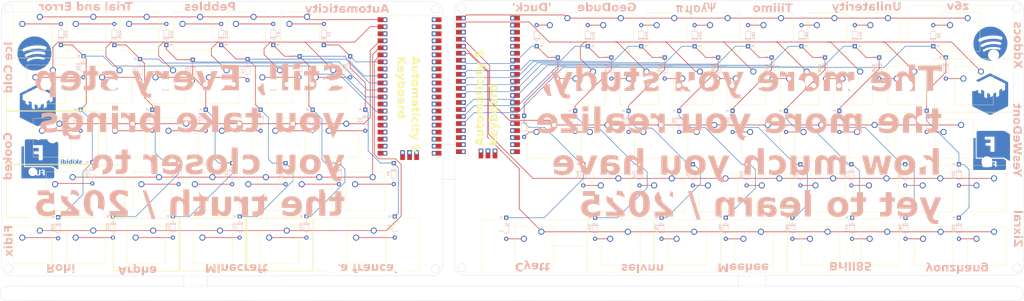
<source format=kicad_pcb>
(kicad_pcb (version 20240108) (generator "pcbnew") (generator_version "8.0")
  (layers (0 "F.Cu" signal) (31 "B.Cu" signal) (34 "B.Paste" user) (35 "F.Paste" user) (36 "B.SilkS" user "B.Silkscreen") (37 "F.SilkS" user "F.Silkscreen") (38 "B.Mask" user) (39 "F.Mask" user) (44 "Edge.Cuts" user))
  (net 0 "")
  (net 1 "ROW1")
  (net 2 "Net-(D1-A)")
  (net 3 "Net-(D2-A)")
  (net 4 "Net-(D3-A)")
  (net 5 "Net-(D4-A)")
  (net 6 "Net-(D5-A)")
  (net 7 "ROW2")
  (net 8 "Net-(D7-A)")
  (net 9 "Net-(D8-A)")
  (net 10 "Net-(D9-A)")
  (net 11 "Net-(D10-A)")
  (net 12 "Net-(D11-A)")
  (net 13 "ROW3")
  (net 14 "Net-(D13-A)")
  (net 15 "Net-(D14-A)")
  (net 16 "Net-(D15-A)")
  (net 17 "Net-(D16-A)")
  (net 18 "Net-(D17-A)")
  (net 19 "ROW4")
  (net 20 "Net-(D19-A)")
  (net 21 "Net-(D20-A)")
  (net 22 "Net-(D21-A)")
  (net 23 "Net-(D22-A)")
  (net 24 "Net-(D23-A)")
  (net 25 "ROW5")
  (net 26 "Net-(D25-A)")
  (net 27 "Net-(D26-A)")
  (net 28 "Net-(D27-A)")
  (net 29 "Net-(D28-A)")
  (net 30 "Net-(D29-A)")
  (net 31 "ROW6")
  (net 32 "Net-(D31-A)")
  (net 33 "Net-(D32-A)")
  (net 34 "Net-(D33-A)")
  (net 35 "Net-(D34-A)")
  (net 36 "Net-(D35-A)")
  (net 37 "ROW1b")
  (net 38 "Net-(D37-A)")
  (net 39 "Net-(D38-A)")
  (net 40 "Net-(D39-A)")
  (net 41 "Net-(D40-A)")
  (net 42 "Net-(D41-A)")
  (net 43 "Net-(D42-A)")
  (net 44 "Net-(D43-A)")
  (net 45 "ROW2b")
  (net 46 "Net-(D44-A)")
  (net 47 "Net-(D45-A)")
  (net 48 "Net-(D46-A)")
  (net 49 "Net-(D47-A)")
  (net 50 "Net-(D48-A)")
  (net 51 "ROW3b")
  (net 52 "Net-(D49-A)")
  (net 53 "Net-(D50-A)")
  (net 54 "Net-(D51-A)")
  (net 55 "Net-(D52-A)")
  (net 56 "Net-(D53-A)")
  (net 57 "Net-(D54-A)")
  (net 58 "Net-(D55-A)")
  (net 59 "ROW4b")
  (net 60 "Net-(D56-A)")
  (net 61 "Net-(D57-A)")
  (net 62 "Net-(D58-A)")
  (net 63 "Net-(D59-A)")
  (net 64 "Net-(D60-A)")
  (net 65 "ROW5b")
  (net 66 "Net-(D61-A)")
  (net 67 "Net-(D62-A)")
  (net 68 "Net-(D63-A)")
  (net 69 "Net-(D64-A)")
  (net 70 "Net-(D65-A)")
  (net 71 "Net-(D66-A)")
  (net 72 "Net-(D67-A)")
  (net 73 "ROW6b")
  (net 74 "Net-(D68-A)")
  (net 75 "Net-(D69-A)")
  (net 76 "Net-(D70-A)")
  (net 77 "Net-(D71-A)")
  (net 78 "COL2")
  (net 79 "COL3")
  (net 80 "COL4")
  (net 81 "COL6")
  (net 82 "COL5")
  (net 83 "COL6b")
  (net 84 "COL5b")
  (net 85 "COL4b")
  (net 86 "COL3b")
  (net 87 "COL2b")
  (net 121 "Net-(D6-A)")
  (net 125 "ROW8b")
  (net 145 "Net-(D12-A)")
  (net 146 "Net-(D18-A)")
  (net 147 "Net-(D24-A)")
  (net 148 "Net-(D30-A)")
  (net 149 "ROW7b")
  (footprint "LOGO" (layer "F.Cu") (at 42.926 51.308)
    (property "Reference" "G***" (hide yes))
    (property "Value" "LOGO" (hide yes))
  )
  (footprint "personal:SW_Cherry_MX_1.00u_PCB" (layer "F.Cu") (at 370.078 96.462274)
    (property "Reference" "SW60" (hide yes))
    (property "Value" "SW_Push_45deg")
  )
  (footprint "personal:SW_Cherry_MX_1.00u_PCB" (layer "F.Cu") (at 121.92 38.1)
    (property "Reference" "SW7" (hide yes))
    (property "Value" "SW_Push_45deg")
  )
  (footprint "personal:SW_Cherry_MX_1.00u_PCB" (layer "F.Cu") (at 307.721 77.153274)
    (property "Reference" "SW63" (hide yes))
    (property "Value" "SW_Push_45deg")
  )
  (footprint "personal:SW_Cherry_MX_1.00u_PCB" (layer "F.Cu") (at 384.784 57.854274)
    (property "Reference" "SW12" (hide yes))
    (property "Value" "SW_Push_45deg")
  )
  (footprint "LOGO" (layer "F.Cu") (at 388.366 47.752)
    (property "Reference" "G***" (hide yes))
    (property "Value" "LOGO" (hide yes))
  )
  (footprint "personal:SW_Cherry_MX_1.00u_PCB" (layer "F.Cu") (at 341.122 57.854274)
    (property "Reference" "SW68" (hide yes))
    (property "Value" "SW_Push_45deg")
  )
  (footprint "personal:SW_Cherry_MX_1.00u_PCB" (layer "F.Cu") (at 133.921 115.316)
    (property "Reference" "SW11" (hide yes))
    (property "Value" "SW_Push_45deg")
  )
  (footprint "personal:SW_Cherry_MX_2.25u_PCB" (layer "F.Cu") (at 56.554 96.012)
    (property "Reference" "SW34" (hide yes))
    (property "Value" "SW_Push_45deg")
  )
  (footprint "personal:SW_Cherry_MX_1.00u_PCB" (layer "F.Cu") (at 302.514 57.849274)
    (property "Reference" "SW56" (hide yes))
    (property "Value" "SW_Push_45deg")
  )
  (footprint "personal:SW_Cherry_MX_1.00u_PCB" (layer "F.Cu") (at 273.05 96.462274)
    (property "Reference" "SW46" (hide yes))
    (property "Value" "SW_Push_45deg")
  )
  (footprint "personal:SW_Cherry_MX_1.00u_PCB" (layer "F.Cu") (at 283.21 57.849274)
    (property "Reference" "SW50" (hide yes))
    (property "Value" "SW_Push_45deg")
  )
  (footprint "personal:SW_Cherry_MX_1.00u_PCB" (layer "F.Cu") (at 235.331 38.550274)
    (property "Reference" "SW37" (hide yes))
    (property "Value" "SW_Push_45deg")
  )
  (footprint "LOGO" (layer "F.Cu") (at 387.76337 86.220939)
    (property "Reference" "G***" (hide yes))
    (property "Value" "LOGO" (hide yes))
  )
  (footprint "personal:SW_Cherry_MX_1.00u_PCB" (layer "F.Cu") (at 311.912 96.462274)
    (property "Reference" "SW58" (hide yes))
    (property "Value" "SW_Push_45deg")
  )
  (footprint "personal:SW_Cherry_MX_1.00u_PCB" (layer "F.Cu") (at 44.704 38.1)
    (property "Reference" "SW31" (hide yes))
    (property "Value" "SW_Push_45deg")
  )
  (footprint "personal:SW_Cherry_MX_1.00u_PCB" (layer "F.Cu") (at 145.669 96.012)
    (property "Reference" "SW10" (hide yes))
    (property "Value" "SW_Push_45deg")
  )
  (footprint "personal:SW_Cherry_MX_1.00u_PCB" (layer "F.Cu") (at 331.851 38.550274)
    (property "Reference" "SW67" (hide yes))
    (property "Value" "SW_Push_45deg")
  )
  (footprint "personal:SW_Cherry_MX_1.00u_PCB" (layer "F.Cu") (at 281.14625 115.756274)
    (property "Reference" "SW53" (hide yes))
    (property "Value" "SW_Push_45deg")
  )
  (footprint "personal:SW_Cherry_MX_1.00u_PCB" (layer "F.Cu") (at 321.818 57.854274)
    (property "Reference" "SW62" (hide yes))
    (property "Value" "SW_Push_45deg")
  )
  (footprint "personal:SW_Cherry_MX_1.00u_PCB" (layer "F.Cu") (at 312.547 38.550274)
    (property "Reference" "SW61" (hide yes))
    (property "Value" "SW_Push_45deg")
  )
  (footprint "personal:SW_Cherry_MX_1.75u_PCB" (layer "F.Cu") (at 51.803982 76.707374)
    (property "Reference" "SW33" (hide yes))
    (property "Value" "SW_Push_45deg")
  )
  (footprint "personal:SW_Cherry_MX_1.00u_PCB" (layer "F.Cu") (at 346.329 77.153274)
    (property "Reference" "SW54" (hide yes))
    (property "Value" "SW_Push_45deg")
  )
  (footprint "personal:SW_Cherry_MX_1.00u_PCB" (layer "F.Cu") (at 87.757 96.012)
    (property "Reference" "SW28" (hide yes))
    (property "Value" "SW_Push_45deg")
  )
  (footprint "personal:SW_Cherry_MX_1.00u_PCB" (layer "F.Cu") (at 136.144 76.708)
    (property "Reference" "SW9" (hide yes))
    (property "Value" "SW_Push_45deg")
  )
  (footprint "personal:SW_Cherry_MX_1.00u_PCB" (layer "F.Cu") (at 73.533 57.404)
    (property "Reference" "SW26" (hide yes))
    (property "Value" "SW_Push_45deg")
  )
  (footprint "personal:SW_Cherry_MX_1.00u_PCB" (layer "F.Cu") (at 293.243 38.550274)
    (property "Reference" "SW55" (hide yes))
    (property "Value" "SW_Push_45deg")
  )
  (footprint "personal:SW_Cherry_MX_1.00u_PCB" (layer "F.Cu") (at 249.809 77.148274)
    (property "Reference" "SW45" (hide yes))
    (property "Value" "SW_Push_45deg")
  )
  (footprint "personal:SW_Cherry_MX_1.00u_PCB" (layer "F.Cu") (at 150.749 57.404)
    (property "Reference" "SW2" (hide yes))
    (property "Value" "SW_Push_45deg")
  )
  (footprint "personal:SW_Cherry_MX_1.00u_PCB" (layer "F.Cu") (at 155.448 76.708)
    (property "Reference" "SW3" (hide yes))
    (property "Value" "SW_Push_45deg")
  )
  (footprint "personal:SW_Cherry_MX_1.00u_PCB" (layer "F.Cu") (at 273.939 38.555274)
    (property "Reference" "SW49" (hide yes))
    (property "Value" "SW_Push_45deg")
  )
  (footprint "personal:SW_Cherry_MX_1.00u_PCB" (layer "F.Cu") (at 164.973 96.012)
    (property "Reference" "SW4" (hide yes))
    (property "Value" "SW_Push_45deg")
  )
  (footprint "personal:SW_Cherry_MX_1.00u_PCB" (layer "F.Cu") (at 257.14325 115.756274)
    (property "Reference" "SW47" (hide yes))
    (property "Value" "SW_Push_45deg")
  )
  (footprint "personal:SW_Cherry_MX_1.00u_PCB" (layer "F.Cu") (at 370.205 115.756274)
    (property "Reference" "SW66" (hide yes))
    (property "Value" "SW_Push_45deg")
  )
  (footprint "personal:SW_Cherry_MX_1.00u_PCB" (layer "F.Cu") (at 131.445 57.404)
    (property "Reference" "SW8" (hide yes))
    (property "Value" "SW_Push_45deg")
  )
  (footprint "personal:SW_Cherry_MX_1.00u_PCB" (layer "F.Cu") (at 102.616 38.1)
    (property "Reference" "SW13" (hide yes))
    (property "Value" "SW_Push_45deg")
  )
  (footprint "personal:SW_Cherry_MX_1.00u_PCB" (layer "F.Cu") (at 263.906 57.849274)
    (property "Reference" "SW44" (hide yes))
    (property "Value" "SW_Push_45deg")
  )
  (footprint "MCU_RaspberryPi_and_Boards:RPi_Pico_SMD_TH" (layer "F.Cu") (at 206.629 62.679274)
    (property "Reference" "U2" (hide yes))
    (property "Value" "Pico")
  )
  (footprint "LOGO" (layer "F.Cu") (at 43.84737 89.268939)
    (property "Reference" "G***" (hide yes))
    (property "Value" "LOGO" (hide yes))
  )
  (footprint "personal:SW_Cherry_MX_1.00u_PCB" (layer "F.Cu") (at 64.008 115.316)
    (property "Reference" "SW29" (hide yes))
    (property "Value" "SW_Push_45deg")
  )
  (footprint "personal:SW_Cherry_MX_1.00u_PCB" (layer "F.Cu") (at 327.025 77.148274)
    (property "Reference" "SW69" (hide yes))
    (property "Value" "SW_Push_45deg")
  )
  (footprint "personal:SW_Cherry_MX_1.50u_PCB" (layer "F.Cu") (at 49.429 57.379)
    (property "Reference" "SW32" (hide yes))
    (property "Value" "SW_Push_45deg")
  )
  (footprint "personal:SW_Cherry_MX_2.00u_PCB" (layer "F.Cu") (at 165.354 115.316)
    (property "Reference" "SW5" (hide yes))
    (property "Value" "SW_Push_45deg")
  )
  (footprint "personal:SW_Cherry_MX_1.00u_PCB" (layer "F.Cu") (at 109.791 115.316)
    (property "Reference" "SW17" (hide yes))
    (property "Value" "SW_Push_45deg")
  )
  (footprint "personal:SW_Cherry_MX_1.00u_PCB" (layer "F.Cu") (at 253.746 96.462274)
    (property "Reference" "SW40" (hide yes))
    (property "Value" "SW_Push_45deg")
  )
  (footprint "personal:SW_Cherry_MX_1.00u_PCB" (layer "F.Cu") (at 331.343 96.462274)
    (property "Reference" "SW64" (hide yes))
    (property "Value" "SW_Push_45deg")
  )
  (footprint "personal:SW_Cherry_MX_1.00u_PCB" (layer "F.Cu") (at 126.365 96.012)
    (property "Reference" "SW16" (hide yes))
    (property "Value" "SW_Push_45deg")
  )
  (footprint "personal:SW_Cherry_MX_1.00u_PCB" (layer "F.Cu") (at 92.837 57.404)
    (property "Reference" "SW20" (hide yes))
    (property "Value" "SW_Push_45deg")
  )
  (footprint "personal:SW_Cherry_MX_1.00u_PCB" (layer "F.Cu") (at 350.901 115.756274)
    (property "Reference" "SW71" (hide yes))
    (property "Value" "SW_Push_45deg")
  )
  (footprint "personal:SW_Cherry_MX_1.00u_PCB" (layer "F.Cu") (at 389.509 96.462274)
    (property "Reference" "SW24" (hide yes))
    (property "Value" "SW_Push_45deg")
  )
  (footprint "personal:SW_Cherry_MX_1.00u_PCB" (layer "F.Cu") (at 230.505 77.148274)
    (property "Reference" "SW39" (hide yes))
    (property "Value" "SW_Push_45deg")
  )
  (footprint "personal:SW_Cherry_MX_1.00u_PCB" (layer "F.Cu") (at 360.68 57.849274)
    (property "Reference" "SW48" (hide yes))
    (property "Value" "SW_Push_45deg")
  )
  (footprint "personal:SW_Cherry_MX_1.00u_PCB" (layer "F.Cu") (at 288.417 77.153274)
    (property "Reference" "SW57" (hide yes))
    (property "Value" "SW_Push_45deg")
  )
  (footprint "personal:SW_Cherry_MX_1.00u_PCB" (layer "F.Cu") (at 389.509 115.756274)
    (property "Reference" "SW30" (hide yes))
    (property "Value" "SW_Push_45deg")
  )
  (footprint "personal:SW_Cherry_MX_1.00u_PCB" (layer "F.Cu") (at 83.312 38.1)
    (property "Reference" "SW19" (hide yes))
    (property "Value" "SW_Push_45deg")
  )
  (footprint "LOGO" (layer "F.Cu") (at 388.112 66.04)
    (property "Reference" "G***" (hide yes))
    (property "Value" "LOGO" (hide yes))
  )
  (footprint "personal:SW_Cherry_MX_1.00u_PCB" (layer "F.Cu") (at 107.061 96.012)
    (property "Reference" "SW22" (hide yes))
    (property "Value" "SW_Push_45deg")
  )
  (footprint "personal:SW_Cherry_MX_2.00u_PCB" (layer "F.Cu") (at 379.984 38.550274)
    (property "Reference" "SW6" (hide yes))
    (property "Value" "SW_Push_45deg")
  )
  (footprint "personal:SW_Cherry_MX_1.00u_PCB" (layer "F.Cu") (at 97.536 76.708)
    (property "Reference" "SW21" (hide yes))
    (property "Value" "SW_Push_45deg")
  )
  (footprint "personal:SW_Cherry_MX_1.00u_PCB" (layer "F.Cu") (at 350.647 96.462274)
    (property "Reference" "SW70" (hide yes))
    (property "Value" "SW_Push_45deg")
  )
  (footprint "personal:SW_Cherry_MX_1.00u_PCB" (layer "F.Cu") (at 112.141 57.404)
    (property "Reference" "SW14" (hide yes))
    (property "Value" "SW_Push_45deg")
  )
  (footprint "personal:SW_Cherry_MX_1.00u_PCB" (layer "F.Cu") (at 141.224 38.1)
    (property "Reference" "SW1" (hide yes))
    (property "Value" "SW_Push_45deg")
  )
  (footprint "personal:SW_Cherry_MX_1.00u_PCB" (layer "F.Cu") (at 116.84 76.708)
    (property "Reference" "SW15" (hide yes))
    (property "Value" "SW_Push_45deg")
  )
  (footprint "personal:SW_Cherry_MX_1.00u_PCB" (layer "F.Cu") (at 78.232 76.708)
    (property "Reference" "SW27" (hide yes))
    (property "Value" "SW_Push_45deg")
  )
  (footprint "personal:SW_Cherry_MX_1.00u_PCB" (layer "F.Cu") (at 85.662 115.316)
    (property "Reference" "SW23" (hide yes))
    (property "Value" "SW_Push_45deg")
  )
  (footprint "personal:SW_Cherry_MX_1.00u_PCB" (layer "F.Cu") (at 64.008 38.1)
    (property "Reference" "SW25" (hide yes))
    (property "Value" "SW_Push_45deg")
  )
  (footprint "personal:SW_Cherry_MX_1.00u_PCB" (layer "F.Cu") (at 44.704 115.316)
    (property "Reference" "SW35" (hide yes))
    (property "Value" "SW_Push_45deg")
  )
  (footprint "personal:SW_Cherry_MX_2.00u_PCB" (layer "F.Cu") (at 225.933 115.756274)
    (property "Reference" "SW41" (hide yes))
    (property "Value" "SW_Push_45deg")
  )
  (footprint "personal:SW_Cherry_MX_1.00u_PCB" (layer "F.Cu") (at 351.155 38.550274)
    (property "Reference" "SW42" (hide yes))
    (property "Value" "SW_Push_45deg")
  )
  (footprint "personal:SW_Cherry_MX_2.25u_PCB" (layer "F.Cu") (at 377.60275 77.158274)
    (property "Reference" "SW18" (hide yes))
    (property "Value" "SW_Push_45deg")
  )
  (footprint "LOGO" (layer "F.Cu") (at 43.942 70.104)
    (property "Reference" "G***" (hide yes))
    (property "Value" "LOGO" (hide yes))
  )
  (footprint "personal:SW_Cherry_MX_1.00u_PCB" (layer "F.Cu") (at 269.113 77.153274)
    (property "Reference" "SW51" (hide yes))
    (property "Value" "SW_Push_45deg")
  )
  (footprint "personal:SW_Cherry_MX_1.00u_PCB" (layer "F.Cu") (at 305.27625 115.756274)
    (property "Reference" "SW59" (hide yes))
    (property "Value" "SW_Push_45deg")
  )
  (footprint "MCU_RaspberryPi_and_Boards:RPi_Pico_SMD_TH" (layer "F.Cu") (at 178.308 63.246)
    (property "Reference" "U1" (hide yes))
    (property "Value" "Pico")
  )
  (footprint "personal:SW_Cherry_MX_1.00u_PCB" (layer "F.Cu") (at 254.635 38.555274)
    (property "Reference" "SW43" (hide yes))
    (property "Value" "SW_Push_45deg")
  )
  (footprint "personal:SW_Cherry_MX_1.00u_PCB" (layer "F.Cu") (at 244.602 57.849274)
    (property "Reference" "SW38" (hide yes))
    (property "Value" "SW_Push_45deg")
  )
  (footprint "personal:SW_Cherry_MX_1.00u_PCB" (layer "F.Cu") (at 292.481 96.462274)
    (property "Reference" "SW52" (hide yes))
    (property "Value" "SW_Push_45deg")
  )
  (footprint "personal:SW_Cherry_MX_1.00u_PCB" (layer "F.Cu") (at 329.34275 115.756274)
    (property "Reference" "SW65" (hide yes))
    (property "Value" "SW_Push_45deg")
  )
  (footprint "Diode_THT:D_DO-34_SOD68_P7.62mm_Horizontal" (layer "B.Cu") (at 162.306 71.628 -90)
    (property "Reference" "D3")
    (property "Value" "D")
  )
  (footprint "Diode_THT:D_DO-34_SOD68_P7.62mm_Horizontal" (layer "B.Cu") (at 92.774 110.236 -90)
    (property "Reference" "D23")
    (property "Value" "D")
  )
  (footprint "Diode_THT:D_DO-34_SOD68_P7.62mm_Horizontal" (layer "B.Cu") (at 300.101 91.382274 -90)
    (property "Reference" "D58")
    (property "Value" "D")
  )
  (footprint "Diode_THT:D_DO-34_SOD68_P7.62mm_Horizontal" (layer "B.Cu") (at 309.118 52.774274 -90)
    (property "Reference" "D62")
    (property "Value" "D")
  )
  (footprint "Diode_THT:D_DO-34_SOD68_P7.62mm_Horizontal" (layer "B.Cu") (at 94.869 90.932 -90)
    (property "Reference" "D28")
    (property "Value" "D")
  )
  (footprint "Diode_THT:D_DO-34_SOD68_P7.62mm_Horizontal" (layer "B.Cu") (at 114.173 90.932 -90)
    (property "Reference" "D22")
    (property "Value" "D")
  )
  (footprint "Diode_THT:D_DO-34_SOD68_P7.62mm_Horizontal" (layer "B.Cu") (at 60.478 52.294 -90)
    (property "Reference" "D32")
    (property "Value" "D")
  )
  (footprint "Diode_THT:D_DO-34_SOD68_P7.62mm_Horizontal" (layer "B.Cu") (at 295.021 72.073274 -90)
    (property "Reference" "D63")
    (property "Value" "D")
  )
  (footprint "Diode_THT:D_DO-34_SOD68_P7.62mm_Horizontal" (layer "B.Cu") (at 280.67 91.382274 -90)
    (property "Reference" "D52")
    (property "Value" "D")
  )
  (footprint "Diode_THT:D_DO-34_SOD68_P7.62mm_Horizontal" (layer "B.Cu") (at 314.325 72.068274 -90)
    (property "Reference" "D69")
    (property "Value" "D")
  )
  (footprint "Diode_THT:D_DO-34_SOD68_P7.62mm_Horizontal" (layer "B.Cu") (at 138.557 52.324 -90)
    (property "Reference" "D8")
    (property "Value" "D")
  )
  (footprint "Diode_THT:D_DO-34_SOD68_P7.62mm_Horizontal" (layer "B.Cu") (at 328.422 52.774274 -90)
    (property "Reference" "D68")
    (property "Value" "D")
  )
  (footprint "Diode_THT:D_DO-34_SOD68_P7.62mm_Horizontal" (layer "B.Cu") (at 104.648 71.628 -90)
    (property "Reference" "D21")
    (property "Value" "D")
  )
  (footprint "Diode_THT:D_DO-34_SOD68_P7.62mm_Horizontal" (layer "B.Cu") (at 213.233 110.676274 -90)
    (property "Reference" "D41")
    (property "Value" "D")
  )
  (footprint "Diode_THT:D_DO-34_SOD68_P7.62mm_Horizontal" (layer "B.Cu") (at 257.429 72.068274 -90)
    (property "Reference" "D51")
    (property "Value" "D")
  )
  (footprint "Diode_THT:D_DO-34_SOD68_P7.62mm_Horizontal" (layer "B.Cu") (at 242.697 48.715274 90)
    (property "Reference" "D43")
    (property "Value" "D")
  )
  (footprint "Diode_THT:D_DO-34_SOD68_P7.62mm_Horizontal" (layer "B.Cu") (at 292.57625 110.676274 -90)
    (property "Reference" "D59")
    (property "Value" "D")
  )
  (footprint "Diode_THT:D_DO-34_SOD68_P7.62mm_Horizontal" (layer "B.Cu") (at 365.15675 72.073274 -90)
    (property "Reference" "D18")
    (property "Value" "D")
  )
  (footprint "Diode_THT:D_DO-34_SOD68_P7.62mm_Horizontal" (layer "B.Cu") (at 119.761 53.335 -90)
    (property "Reference" "D14")
    (property "Value" "D")
  )
  (footprint "Diode_THT:D_DO-34_SOD68_P7.62mm_Horizontal" (layer "B.Cu") (at 116.903 110.236 -90)
    (property "Reference" "D17")
    (property "Value" "D")
  )
  (footprint "Diode_THT:D_DO-34_SOD68_P7.62mm_Horizontal" (layer "B.Cu") (at 52.324 48.26 90)
    (property "Reference" "D31")
    (property "Value" "D")
  )
  (footprint "Diode_THT:D_DO-34_SOD68_P7.62mm_Horizontal" (layer "B.Cu") (at 110.236 48.265 90)
    (property "Reference" "D13")
    (property "Value" "D")
  )
  (footprint "Diode_THT:D_DO-34_SOD68_P7.62mm_Horizontal" (layer "B.Cu") (at 172.974 110.236 -90)
    (property "Reference" "D5")
    (property "Value" "D")
  )
  (footprint "Diode_THT:D_DO-34_SOD68_P7.62mm_Horizontal" (layer "B.Cu") (at 300.609 48.710274 90)
    (property "Reference" "D61")
    (property "Value" "D")
  )
  (footprint "Diode_THT:D_DO-34_SOD68_P7.62mm_Horizontal" (layer "B.Cu") (at 231.902 52.769274 -90)
    (property "Reference" "D38" (hide yes))
    (property "Value" "D")
  )
  (footprint "Diode_THT:D_DO-34_SOD68_P7.62mm_Horizontal" (layer "B.Cu") (at 147.32 48.26 90)
    (property "Reference" "D1")
    (property "Value" "D")
  )
  (footprint "Diode_THT:D_DO-34_SOD68_P7.62mm_Horizontal" (layer "B.Cu") (at 71.628 48.265 90)
    (property "Reference" "D25")
    (property "Value" "D")
  )
  (footprint "Diode_THT:D_DO-34_SOD68_P7.62mm_Horizontal" (layer "B.Cu") (at 376.809 91.382274 -90)
    (property "Reference" "D24")
    (property "Value" "D")
  )
  (footprint "Diode_THT:D_DO-34_SOD68_P7.62mm_Horizontal" (layer "B.Cu") (at 281.305 48.715274 90)
    (property "Reference" "D55")
    (property "Value" "D")
  )
  (footprint "Diode_THT:D_DO-34_SOD68_P7.62mm_Horizontal" (layer "B.Cu") (at 289.814 52.769274 -90)
    (property "Reference" "D56")
    (property "Value" "D")
  )
  (footprint "Diode_THT:D_DO-34_SOD68_P7.62mm_Horizontal" (layer "B.Cu") (at 316.64275 110.676274 -90)
    (property "Reference" "D65")
    (property "Value" "D")
  )
  (footprint "Diode_THT:D_DO-34_SOD68_P7.62mm_Horizontal" (layer "B.Cu") (at 224.2312 48.684874 90)
    (property "Reference" "D37" (hide yes))
    (property "Value" "D")
  )
  (footprint "Diode_THT:D_DO-34_SOD68_P7.62mm_Horizontal" (layer "B.Cu") (at 80.899 53.335 -90)
    (property "Reference" "D26")
    (property "Value" "D")
  )
  (footprint "Diode_THT:D_DO-34_SOD68_P7.62mm_Horizontal" (layer "B.Cu") (at 71.12 110.236 -90)
    (property "Reference" "D29")
    (property "Value" "D")
  )
  (footprint "Diode_THT:D_DO-34_SOD68_P7.62mm_Horizontal" (layer "B.Cu") (at 141.033 110.236 -90)
    (property "Reference" "D11")
    (property "Value" "D")
  )
  (footprint "Diode_THT:D_DO-34_SOD68_P7.62mm_Horizontal" (layer "B.Cu") (at 339.217 48.710274 90)
    (property "Reference" "D42")
    (property "Value" "D")
  )
  (footprint "Diode_THT:D_DO-34_SOD68_P7.62mm_Horizontal" (layer "B.Cu") (at 63.666 90.673 -90)
    (property "Reference" "D34")
    (property "Value" "D")
  )
  (footprint "Diode_THT:D_DO-34_SOD68_P7.62mm_Horizontal" (layer "B.Cu") (at 376.809 110.676274 -90)
    (property "Reference" "D30")
    (property "Value" "D")
  )
  (footprint "Diode_THT:D_DO-34_SOD68_P7.62mm_Horizontal" (layer "B.Cu") (at 269.33525 110.676274 -90)
    (property "Reference" "D53")
    (property "Value" "D")
  )
  (footprint "Diode_THT:D_DO-34_SOD68_P7.62mm_Horizontal" (layer "B.Cu") (at 133.477 90.932 -90)
    (property "Reference" "D16")
    (property "Value" "D")
  )
  (footprint "Diode_THT:D_DO-34_SOD68_P7.62mm_Horizontal" (layer "B.Cu") (at 219.71 73.841274 -90)
    (property "Reference" "D39" (hide yes))
    (property "Value" "D")
  )
  (footprint "Diode_THT:D_DO-34_SOD68_P7.62mm_Horizontal" (layer "B.Cu") (at 337.947 91.382274 -90)
    (property "Reference" "D70")
    (property "Value" "D")
  )
  (footprint "Diode_THT:D_DO-34_SOD68_P7.62mm_Horizontal" (layer "B.Cu") (at 319.913 48.710274 90)
    (property "Reference" "D67")
    (property "Value" "D")
  )
  (footprint "Diode_THT:D_DO-34_SOD68_P7.62mm_Horizontal" (layer "B.Cu") (at 172.593 90.932 -90)
    (property "Reference" "D4")
    (property "Value" "D")
  )
  (footprint "Diode_THT:D_DO-34_SOD68_P7.62mm_Horizontal" (layer "B.Cu") (at 275.717 72.073274 -90)
    (property "Reference" "D57")
    (property "Value" "D")
  )
  (footprint "Diode_THT:D_DO-34_SOD68_P7.62mm_Horizontal" (layer "B.Cu") (at 357.505 110.676274 -90)
    (property "Reference" "D66")
    (property "Value" "D")
  )
  (footprint "Diode_THT:D_DO-34_SOD68_P7.62mm_Horizontal" (layer "B.Cu") (at 156.845 52.324 -90)
    (property "Reference" "D2")
    (property "Value" "D")
  )
  (footprint "Diode_THT:D_DO-34_SOD68_P7.62mm_Horizontal" (layer "B.Cu") (at 59.423982 71.627374 -90)
    (property "Reference" "D33")
    (property "Value" "D")
  )
  (footprint "Diode_THT:D_DO-34_SOD68_P7.62mm_Horizontal" (layer "B.Cu") (at 238.125 72.063274 -90)
    (property "Reference" "D45")
    (property "Value" "D")
  )
  (footprint "Diode_THT:D_DO-34_SOD68_P7.62mm_Horizontal" (layer "B.Cu") (at 241.046 91.382274 -90)
    (property "Reference" "D40")
    (property "Value" "D")
  )
  (footprint "Diode_THT:D_DO-34_SOD68_P7.62mm_Horizontal" (layer "B.Cu") (at 99.949 53.594 -90)
    (property "Reference" "D20")
    (property "Value" "D")
  )
  (footprint "Diode_THT:D_DO-34_SOD68_P7.62mm_Horizontal" (layer "B.Cu") (at 270.51 52.769274 -90)
    (property "Reference" "D50")
    (property "Value" "D")
  )
  (footprint "Diode_THT:D_DO-34_SOD68_P7.62mm_Horizontal" (layer "B.Cu") (at 51.308 110.485 -90)
    (property "Reference" "D35")
    (property "Value" "D")
  )
  (footprint "Diode_THT:D_DO-34_SOD68_P7.62mm_Horizontal" (layer "B.Cu") (at 319.532 91.382274 -90)
    (property "Reference" "D64")
    (property "Value" "D")
  )
  (footprint "Diode_THT:D_DO-34_SOD68_P7.62mm_Horizontal" (layer "B.Cu") (at 367.538 48.715274 90)
    (property "Reference" "D6")
    (property "Value" "D")
  )
  (footprint "Diode_THT:D_DO-34_SOD68_P7.62mm_Horizontal" (layer "B.Cu") (at 372.084 52.774274 -90)
    (property "Reference" "D12")
    (property "Value" "D")
  )
  (footprint "Diode_THT:D_DO-34_SOD68_P7.62mm_Horizontal" (layer "B.Cu") (at 251.206 52.769274 -90)
    (property "Reference" "D44")
    (property "Value" "D" (hide yes))
  )
  (footprint "Diode_THT:D_DO-34_SOD68_P7.62mm_Horizontal" (layer "B.Cu") (at 245.33225 110.676274 -90)
    (property "Reference" "D47")
    (property "Value" "D")
  )
  (footprint "Diode_THT:D_DO-34_SOD68_P7.62mm_Horizontal" (layer "B.Cu") (at 262.001 48.710274 90)
    (property "Reference" "D49")
    (property "Value" "D")
  )
  (footprint "Diode_THT:D_DO-34_SOD68_P7.62mm_Horizontal" (layer "B.Cu") (at 152.781 90.932 -90)
    (property "Reference" "D10")
    (property "Value" "D")
  )
  (footprint "Diode_THT:D_DO-34_SOD68_P7.62mm_Horizontal" (layer "B.Cu") (at 124.46 71.628 -90)
    (property "Reference" "D15")
    (property "Value" "D")
  )
  (footprint "Diode_THT:D_DO-34_SOD68_P7.62mm_Horizontal" (layer "B.Cu") (at 333.629 72.073274 -90)
    (property "Reference" "D54")
    (property "Value" "D")
  )
  (footprint "Diode_THT:D_DO-34_SOD68_P7.62mm_Horizontal" (layer "B.Cu") (at 90.424 48.265 90)
    (property "Reference" "D19")
    (property "Value" "D")
  )
  (footprint "Diode_THT:D_DO-34_SOD68_P7.62mm_Horizontal" (layer "B.Cu") (at 347.98 52.769274 -90)
    (property "Reference" "D48")
    (property "Value" "D")
  )
  (footprint "Diode_THT:D_DO-34_SOD68_P7.62mm_Horizontal" (layer "B.Cu") (at 261.366 91.382274 -90)
    (property "Reference" "D46")
    (property "Value" "D")
  )
  (footprint "Diode_THT:D_DO-34_SOD68_P7.62mm_Horizontal" (layer "B.Cu") (at 143.256 71.628 -90)
    (property "Reference" "D9")
    (property "Value" "D")
  )
  (footprint "Diode_THT:D_DO-34_SOD68_P7.62mm_Horizontal" (layer "B.Cu") (at 357.378 91.377274 -90)
    (property "Reference" "D60")
    (property "Value" "D")
  )
  (footprint "Diode_THT:D_DO-34_SOD68_P7.62mm_Horizontal" (layer "B.Cu") (at 338.201 110.676274 -90)
    (property "Reference" "D71")
    (property "Value" "D")
  )
  (footprint "Diode_THT:D_DO-34_SOD68_P7.62mm_Horizontal" (layer "B.Cu") (at 85.344 71.628 -90)
    (property "Reference" "D27")
    (property "Value" "D")
  )
  (footprint "Diode_THT:D_DO-34_SOD68_P7.62mm_Horizontal" (layer "B.Cu") (at 129.032 48.26 90)
    (property "Reference" "D7")
    (property "Value" "D")
  )
  (gr_rect (start 71.247 110.871) (end 94.997 129.921) (stroke (width 0.2)) (fill none) (layer "F.SilkS"))
  (gr_rect (start 242.697 111.311274) (end 266.5095 130.361274) (stroke (width 0.1)) (fill none) (layer "F.SilkS"))
  (gr_rect (start 204.343 111.311274) (end 242.443 130.361274) (stroke (width 0.1)) (fill none) (layer "F.SilkS"))
  (gr_rect (start 95.376 110.871) (end 119.126 129.921) (stroke (width 0.2)) (fill none) (layer "F.SilkS"))
  (gr_rect (start 32.639 72.263) (end 65.889 91.263) (stroke (width 0.2)) (fill none) (layer "F.SilkS"))
  (gr_rect (start 119.506 110.871) (end 143.256 129.921) (stroke (width 0.2)) (fill none) (layer "F.SilkS"))
  (gr_line (start 242.443 120.836274) (end 223.393 120.836274) (stroke (width 0.1)) (layer "F.SilkS"))
  (gr_rect (start 367.994 53.409274) (end 396.494 72.459274) (stroke (width 0.1)) (fill none) (layer "F.SilkS"))
  (gr_rect (start 266.7 111.311274) (end 290.5125 130.361274) (stroke (width 0.1)) (fill none) (layer "F.SilkS"))
  (gr_rect (start 314.8965 111.311274) (end 338.709 130.361274) (stroke (width 0.1)) (fill none) (layer "F.SilkS"))
  (gr_rect (start 290.83 111.311274) (end 314.6425 130.361274) (stroke (width 0.1)) (fill none) (layer "F.SilkS"))
  (gr_rect (start 32.639 52.959) (end 61.139 71.959) (stroke (width 0.2)) (fill none) (layer "F.SilkS"))
  (gr_rect (start 353.6315 72.713274) (end 396.494 91.763274) (stroke (width 0.1)) (fill none) (layer "F.SilkS"))
  (gr_rect (start 32.639 91.567) (end 75.389 110.617) (stroke (width 0.2)) (fill none) (layer "F.SilkS"))
  (gr_rect (start 358.394 34.105274) (end 396.494 53.155274) (stroke (width 0.1)) (fill none) (layer "F.SilkS"))
  (gr_rect (start 143.764 110.871) (end 181.864 129.921) (stroke (width 0.1)) (fill none) (layer "F.SilkS"))
  (gr_rect (start 338.582 92.017274) (end 357.632 111.067274) (stroke (width 0.1)) (fill none) (layer "F.SilkS"))
  (gr_circle (center 190.246 88.9) (end 190.754 88.9) (stroke (width 0.05)) (fill none) (layer "Edge.Cuts"))
  (gr_circle (center 100.838 135.382) (end 100.838 134.874) (stroke (width 0.05)) (fill none) (layer "Edge.Cuts"))
  (gr_arc (start 34.544 131.699) (mid 31.939726 130.620274) (end 30.861 128.016) (stroke (width 0.1)) (layer "Edge.Cuts"))
  (gr_circle (center 302.895 135.509) (end 302.895 135.001) (stroke (width 0.05)) (fill none) (layer "Edge.Cuts"))
  (gr_circle (center 97.409 131.699) (end 97.409 131.191) (stroke (width 0.05)) (fill none) (layer "Edge.Cuts"))
  (gr_line (start 186.563 131.672767) (end 105.156 131.698342) (stroke (width 0.1)) (layer "Edge.Cuts"))
  (gr_circle (center 299.339 131.445) (end 299.339 130.937) (stroke (width 0.05)) (fill none) (layer "Edge.Cuts"))
  (gr_line (start 297.053 135.41375) (end 105.155999 135.383607) (stroke (width 0.1)) (layer "Edge.Cuts"))
  (gr_line (start 297.053 131.54025) (end 198.247 131.509274) (stroke (width 0.1)) (layer "Edge.Cuts"))
  (gr_line (start 190.246 127.989767) (end 190.246 96.774) (stroke (width 0.1)) (layer "Edge.Cuts"))
  (gr_line (start 190.246 84.328) (end 190.246 36.168767) (stroke (width 0.1)) (layer "Edge.Cuts"))
  (gr_line (start 105.156 135.382) (end 105.156 131.699) (stroke (width 0.1)) (layer "Edge.Cuts"))
  (gr_circle (center 297.688 131.445) (end 297.688 130.937) (stroke (width 0.05)) (fill none) (layer "Edge.Cuts"))
  (gr_circle (center 99.187 131.699) (end 99.187 131.191) (stroke (width 0.05)) (fill none) (layer "Edge.Cuts"))
  (gr_circle (center 301.244 135.509) (end 301.244 135.001) (stroke (width 0.05)) (fill none) (layer "Edge.Cuts"))
  (gr_line (start 194.564 96.774) (end 194.564 127.826274) (stroke (width 0.1)) (layer "Edge.Cuts"))
  (gr_circle (center 194.564 92.456) (end 195.072 92.456) (stroke (width 0.05)) (fill none) (layer "Edge.Cuts"))
  (gr_circle (center 194.564 87.122) (end 195.072 87.122) (stroke (width 0.05)) (fill none) (layer "Edge.Cuts"))
  (gr_circle (center 194.564 90.678) (end 195.072 90.678) (stroke (width 0.05)) (fill none) (layer "Edge.Cuts"))
  (gr_circle (center 33.427232 35.052) (end 34.977465 35.052) (stroke (width 0.1)) (fill none) (layer "Edge.Cuts"))
  (gr_circle (center 197.130232 34.862274) (end 198.680465 34.862274) (stroke (width 0.1)) (fill none) (layer "Edge.Cuts"))
  (gr_arc (start 396.621 32.195274) (mid 399.225274 33.274) (end 400.304 35.878274) (stroke (width 0.1)) (layer "Edge.Cuts"))
  (gr_circle (center 33.401 128.905) (end 34.951233 128.905) (stroke (width 0.1)) (fill none) (layer "Edge.Cuts"))
  (gr_circle (center 190.246 92.456) (end 190.754 92.456) (stroke (width 0.05)) (fill none) (layer "Edge.Cuts"))
  (gr_arc (start 400.304 127.699274) (mid 399.225274 130.303548) (end 396.621 131.382274) (stroke (width 0.1)) (layer "Edge.Cuts"))
  (gr_circle (center 194.564 88.9) (end 195.072 88.9) (stroke (width 0.05)) (fill none) (layer "Edge.Cuts"))
  (gr_circle (center 102.616 131.699) (end 102.616 131.191) (stroke (width 0.05)) (fill none) (layer "Edge.Cuts"))
  (gr_arc (start 186.563 32.485767) (mid 189.167274 33.564493) (end 190.246 36.168767) (stroke (width 0.1)) (layer "Edge.Cuts"))
  (gr_line (start 297.053 135.41375) (end 297.053 131.54025) (stroke (width 0.1)) (layer "Edge.Cuts"))
  (gr_circle (center 190.246 94.234) (end 190.754 94.234) (stroke (width 0.05)) (fill none) (layer "Edge.Cuts"))
  (gr_circle (center 190.246 96.012) (end 190.754 96.012) (stroke (width 0.05)) (fill none) (layer "Edge.Cuts"))
  (gr_circle (center 104.394 131.699) (end 104.394 131.191) (stroke (width 0.05)) (fill none) (layer "Edge.Cuts"))
  (gr_circle (center 306.451 135.509) (end 306.451 135.001) (stroke (width 0.05)) (fill none) (layer "Edge.Cuts"))
  (gr_line (start 190.246 96.774) (end 194.564 96.774) (stroke (width 0.1)) (layer "Edge.Cuts"))
  (gr_circle (center 100.838 131.699) (end 100.838 131.191) (stroke (width 0.05)) (fill none) (layer "Edge.Cuts"))
  (gr_arc (start 397.51 135.382) (mid 400.177 138.049) (end 397.51 140.716) (stroke (width 0.1)) (layer "Edge.Cuts"))
  (gr_line (start 307.086 131.5085) (end 396.621 131.382274) (stroke (width 0.1)) (layer "Edge.Cuts"))
  (gr_circle (center 304.673 135.509) (end 304.673 135.001) (stroke (width 0.05)) (fill none) (layer "Edge.Cuts"))
  (gr_circle (center 302.768 131.445) (end 302.768 130.937) (stroke (width 0.05)) (fill none) (layer "Edge.Cuts"))
  (gr_arc (start 30.861 36.195) (mid 31.939726 33.590726) (end 34.544 32.512) (stroke (width 0.1)) (layer "Edge.Cuts"))
  (gr_line (start 194.564 84.328) (end 194.564 36.005274) (stroke (width 0.1)) (layer "Edge.Cuts"))
  (gr_arc (start 190.246 127.989767) (mid 189.167274 130.594041) (end 186.563 131.672767) (stroke (width 0.1)) (layer "Edge.Cuts"))
  (gr_circle (center 187.679768 129.132767) (end 189.230001 129.132767) (stroke (width 0.1)) (fill none) (layer "Edge.Cuts"))
  (gr_line (start 32.9565 140.589) (end 397.51 140.716) (stroke (width 0.1)) (layer "Edge.Cuts"))
  (gr_line (start 307.086 135.382) (end 307.086 131.5085) (stroke (width 0.1)) (layer "Edge.Cuts"))
  (gr_line (start 34.544 32.512) (end 186.563 32.485767) (stroke (width 0.1)) (layer "Edge.Cuts"))
  (gr_circle (center 190.246 87.122) (end 190.754 87.122) (stroke (width 0.05)) (fill none) (layer "Edge.Cuts"))
  (gr_circle (center 304.546 131.445) (end 304.546 130.937) (stroke (width 0.05)) (fill none) (layer "Edge.Cuts"))
  (gr_line (start 96.647 135.4455) (end 32.9565 135.382) (stroke (width 0.1)) (layer "Edge.Cuts"))
  (gr_circle (center 102.616 135.382) (end 102.616 134.874) (stroke (width 0.05)) (fill none) (layer "Edge.Cuts"))
  (gr_circle (center 397.764 34.989274) (end 399.314233 34.989274) (stroke (width 0.1)) (fill none) (layer "Edge.Cuts"))
  (gr_arc (start 32.9565 140.589) (mid 30.353 137.9855) (end 32.9565 135.382) (stroke (width 0.1)) (layer "Edge.Cuts"))
  (gr_line (start 198.247 32.322274) (end 396.621 32.195274) (stroke (width 0.1)) (layer "Edge.Cuts"))
  (gr_circle (center 397.737768 128.842274) (end 399.288001 128.842274) (stroke (width 0.1)) (fill none) (layer "Edge.Cuts"))
  (gr_arc (start 198.247 131.509274) (mid 195.642726 130.430548) (end 194.564 127.826274) (stroke (width 0.1)) (layer "Edge.Cuts"))
  (gr_circle (center 194.564 85.344) (end 195.072 85.344) (stroke (width 0.05)) (fill none) (layer "Edge.Cuts"))
  (gr_circle (center 190.246 85.344) (end 190.754 85.344) (stroke (width 0.05)) (fill none) (layer "Edge.Cuts"))
  (gr_arc (start 194.564 36.005274) (mid 195.642726 33.401) (end 198.247 32.322274) (stroke (width 0.1)) (layer "Edge.Cuts"))
  (gr_circle (center 187.706 35.279767) (end 189.256233 35.279767) (stroke (width 0.1)) (fill none) (layer "Edge.Cuts"))
  (gr_circle (center 297.815 135.509) (end 297.815 135.001) (stroke (width 0.05)) (fill none) (layer "Edge.Cuts"))
  (gr_circle (center 190.246 90.678) (end 190.754 90.678) (stroke (width 0.05)) (fill none) (layer "Edge.Cuts"))
  (gr_circle (center 301.117 131.445) (end 301.117 130.937) (stroke (width 0.05)) (fill none) (layer "Edge.Cuts"))
  (gr_circle (center 99.187 135.382) (end 99.187 134.874) (stroke (width 0.05)) (fill none) (layer "Edge.Cuts"))
  (gr_circle (center 97.409 135.382) (end 97.409 134.874) (stroke (width 0.05)) (fill none) (layer "Edge.Cuts"))
  (gr_line (start 307.086 135.382) (end 397.51 135.382) (stroke (width 0.1)) (layer "Edge.Cuts"))
  (gr_circle (center 299.466 135.509) (end 299.466 135.001) (stroke (width 0.05)) (fill none) (layer "Edge.Cuts"))
  (gr_line (start 96.647 135.4455) (end 96.647 131.7625) (stroke (width 0.1)) (layer "Edge.Cuts"))
  (gr_circle (center 104.394 135.382) (end 104.394 134.874) (stroke (width 0.05)) (fill none) (layer "Edge.Cuts"))
  (gr_line (start 190.246 84.328) (end 194.564 84.328) (stroke (width 0.1)) (layer "Edge.Cuts"))
  (gr_circle (center 194.564 94.234) (end 195.072 94.234) (stroke (width 0.05)) (fill none) (layer "Edge.Cuts"))
  (gr_circle (center 194.564 96.012) (end 195.072 96.012) (stroke (width 0.05)) (fill none) (layer "Edge.Cuts"))
  (gr_line (start 96.647 131.7625) (end 34.544 131.699) (stroke (width 0.1)) (layer "Edge.Cuts"))
  (gr_line (start 30.861 36.195) (end 30.861 128.016) (stroke (width 0.1)) (layer "Edge.Cuts"))
  (gr_line (start 400.304 127.699274) (end 400.304 35.878274) (stroke (width 0.1)) (layer "Edge.Cuts"))
  (gr_circle (center 306.324 131.445) (end 306.324 130.937) (stroke (width 0.05)) (fill none) (layer "Edge.Cuts"))
  (gr_circle (center 197.104 128.715274) (end 198.654233 128.715274) (stroke (width 0.1)) (fill none) (layer "Edge.Cuts"))
  (gr_text "skibidi toilet" (at 59.944 91.44 0) (layer "B.Cu") (effects (font (size 1.5 1.5) (thickness 0.3) (bold yes)) (justify left bottom mirror)))
  (gr_text "Rohi\n" (at 46.99 127 180) (layer "B.SilkS") (effects (font (size 3 3) (thickness 0.1)) (justify left bottom mirror)))
  (gr_text "Zixral" (at 396.24 121.412 270) (layer "B.SilkS") (effects (font (size 3 3) (thickness 0.1)) (justify left bottom mirror)))
  (gr_text "La francais" (at 150.622 127 180) (layer "B.SilkS") (effects (font (size 3 3) (thickness 0.1)) (justify left bottom mirror)))
  (gr_text "Automaticity\n" (at 170.942 37.084 0) (layer "B.SilkS") (effects (font (size 3 3) (thickness 0.1)) (justify left bottom mirror)))
  (gr_text "YesWeDont" (at 395.986 96.012 270) (layer "B.SilkS") (effects (font (size 3 3) (thickness 0.1)) (justify left bottom mirror)))
  (gr_text "Ψλσμπ" (at 289.306 36.576 0) (layer "B.SilkS") (effects (font (size 3 3) (thickness 0.5) (bold yes)) (justify left bottom mirror)))
  (gr_text "Ice Cold" (at 35.179 46.99 90) (layer "B.SilkS") (effects (font (size 3 3) (thickness 0.1)) (justify left bottom mirror)))
  (gr_text "z6v" (at 380.492 36.068 0) (layer "B.SilkS") (effects (font (size 3 3) (thickness 0.1)) (justify left bottom mirror)))
  (gr_text "Still, Every step\nyou take brings \nyou closer to \nthe truth / 2025" (at 154.94 111.506 0) (layer "B.SilkS") (effects (font (size 9 9) (thickness 1.8) (bold yes)) (justify left bottom mirror)))
  (gr_text "Cyatt\n" (at 216.408 126.492 180) (layer "B.SilkS") (effects (font (size 3 3) (thickness 0.1)) (justify left bottom mirror)))
  (gr_text "Minecraft" (at 104.394 127 180) (layer "B.SilkS") (effects (font (size 3 3) (thickness 0.1)) (justify left bottom mirror)))
  (gr_text "selvnn" (at 254.762 127 180) (layer "B.SilkS") (effects (font (size 3 3) (thickness 0.1)) (justify left bottom mirror)))
  (gr_text "Tiiimo" (at 316.738 36.83 0) (layer "B.SilkS") (effects (font (size 3 3) (thickness 0.1)) (justify left bottom mirror)))
  (gr_text "Xddocs\n" (at 396.24 56.896 270) (layer "B.SilkS") (effects (font (size 3 3) (thickness 0.1)) (justify left bottom mirror)))
  (gr_text "GeoDude" (at 260.35 36.576 0) (layer "B.SilkS") (effects (font (size 3 3) (thickness 0.1)) (justify left bottom mirror)))
  (gr_text "Pebbles" (at 115.57 36.322 0) (layer "B.SilkS") (effects (font (size 3 3) (thickness 0.1)) (justify left bottom mirror)))
  (gr_text "Trial and Error" (at 78.232 36.322 0) (layer "B.SilkS") (effects (font (size 3 3) (thickness 0.1)) (justify left bottom mirror)))
  (gr_text "Arpha" (at 72.898 127.762 180) (layer "B.SilkS") (effects (font (size 3 3) (thickness 0.1)) (justify left bottom mirror)))
  (gr_text "'Duck'" (at 229.616 36.576 0) (layer "B.SilkS") (effects (font (size 3 3) (thickness 0.1)) (justify left bottom mirror)))
  (gr_text "Cooked" (at 35.052 79.756 90) (layer "B.SilkS") (effects (font (size 3 3) (thickness 0.1)) (justify left bottom mirror)))
  (gr_text "Fidix\n" (at 35.306 113.284 90) (layer "B.SilkS") (effects (font (size 3 3) (thickness 0.1)) (justify left bottom mirror)))
  (gr_text "youzhang" (at 364.744 127.254 180) (layer "B.SilkS") (effects (font (size 3 3) (thickness 0.1)) (justify left bottom mirror)))
  (gr_text "Brill85\n\n" (at 329.946 121.158 180) (layer "B.SilkS") (effects (font (size 3 3) (thickness 0.1)) (justify left bottom mirror)))
  (gr_text "Meehee" (at 289.56 126.746 180) (layer "B.SilkS") (effects (font (size 3 3) (thickness 0.1)) (justify left bottom mirror)))
  (gr_text "The more you study,\nthe more you realize\nhow much you have\nyet to learn / 2025\n" (at 370.586 111.76 0) (layer "B.SilkS") (effects (font (size 9 9) (thickness 1.8) (bold yes)) (justify left bottom mirror)))
  (gr_text "Unilaterity\n" (at 356.108 36.322 0) (layer "B.SilkS") (effects (font (size 3 3) (thickness 0.1)) (justify left bottom mirror)))
  (gr_text "Automaticity S\nKeyboard" (at 210.566 84.836 90) (layer "F.SilkS") (effects (font (size 3 3) (thickness 0.1)) (justify left bottom)))
  (gr_text "Automaticity S\nKeyboard" (at 173.482 52.324 270) (layer "F.SilkS") (effects (font (size 3 3) (thickness 0.1)) (justify left bottom)))
  (segment (start 156.845 56.515) (end 162.306 61.976) (width 0.2) (layer "F.Cu") (net 1))
  (segment (start 162.306 61.976) (end 162.306 71.628) (width 0.2) (layer "F.Cu") (net 1))
  (segment (start 147.32 48.26) (end 152.781 48.26) (width 0.2) (layer "F.Cu") (net 1))
  (segment (start 152.781 48.26) (end 156.845 52.324) (width 0.2) (layer "F.Cu") (net 1))
  (segment (start 156.845 52.324) (end 156.845 56.515) (width 0.2) (layer "F.Cu") (net 1))
  (segment (start 162.306 71.628) (end 163.356 72.678) (width 0.2) (layer "B.Cu") (net 1))
  (segment (start 169.418 54.356) (end 158.877 54.356) (width 0.2) (layer "B.Cu") (net 1))
  (segment (start 163.356 72.678) (end 163.356 86.521) (width 0.2) (layer "B.Cu") (net 1))
  (segment (start 174.244 92.583) (end 172.593 90.932) (width 0.2) (layer "B.Cu") (net 1))
  (segment (start 163.356 86.521) (end 167.767 90.932) (width 0.2) (layer "B.Cu") (net 1))
  (segment (start 172.974 110.236) (end 174.244 108.966) (width 0.2) (layer "B.Cu") (net 1))
  (segment (start 174.244 108.966) (end 174.244 92.583) (width 0.2) (layer "B.Cu") (net 1))
  (segment (start 167.767 90.932) (end 172.593 90.932) (width 0.2) (layer "B.Cu") (net 1))
  (segment (start 158.877 54.356) (end 156.845 52.324) (width 0.2) (layer "B.Cu") (net 1))
  (segment (start 134.874 40.64) (end 147.32 40.64) (width 0.2) (layer "F.Cu") (net 2))
  (segment (start 144.399 59.944) (end 156.845 59.944) (width 0.2) (layer "F.Cu") (net 3))
  (segment (start 149.098 79.248) (end 162.306 79.248) (width 0.2) (layer "F.Cu") (net 4))
  (segment (start 172.593 98.552) (end 158.623 98.552) (width 0.2) (layer "F.Cu") (net 5))
  (segment (start 159.004 117.856) (end 172.974 117.856) (width 0.2) (layer "F.Cu") (net 6))
  (segment (start 138.557 52.324) (end 141.929 55.696) (width 0.2) (layer "F.Cu") (net 7))
  (segment (start 141.929 55.696) (end 141.929 70.301) (width 0.2) (layer "F.Cu") (net 7))
  (segment (start 141.929 70.301) (end 143.256 71.628) (width 0.2) (layer "F.Cu") (net 7))
  (segment (start 133.096 52.324) (end 129.032 48.26) (width 0.2) (layer "F.Cu") (net 7))
  (segment (start 138.557 52.324) (end 133.096 52.324) (width 0.2) (layer "F.Cu") (net 7))
  (segment (start 146.628 89.605) (end 147.955 90.932) (width 0.2) (layer "B.Cu") (net 7))
  (segment (start 146.628 75) (end 146.628 89.605) (width 0.2) (layer "B.Cu") (net 7))
  (segment (start 154.94 93.091) (end 154.94 97.877925) (width 0.2) (layer "B.Cu") (net 7))
  (segment (start 142.581925 110.236) (end 141.033 110.236) (width 0.2) (layer "B.Cu") (net 7))
  (segment (start 143.256 71.628) (end 146.628 75) (width 0.2) (layer "B.Cu") (net 7))
  (segment (start 152.781 90.932) (end 154.94 93.091) (width 0.2) (layer "B.Cu") (net 7))
  (segment (start 161.857 59.436) (end 154.745 52.324) (width 0.2) (layer "B.Cu") (net 7))
  (segment (start 169.418 59.436) (end 161.857 59.436) (width 0.2) (layer "B.Cu") (net 7))
  (segment (start 154.94 97.877925) (end 142.581925 110.236) (width 0.2) (layer "B.Cu") (net 7))
  (segment (start 154.745 52.324) (end 138.557 52.324) (width 0.2) (layer "B.Cu") (net 7))
  (segment (start 147.955 90.932) (end 152.781 90.932) (width 0.2) (layer "B.Cu") (net 7))
  (segment (start 115.57 40.64) (end 129.032 40.64) (width 0.2) (layer "F.Cu") (net 8))
  (segment (start 125.095 59.944) (end 138.557 59.944) (width 0.2) (layer "F.Cu") (net 9))
  (segment (start 129.794 79.248) (end 143.256 79.248) (width 0.2) (layer "F.Cu") (net 10))
  (segment (start 152.781 98.552) (end 139.319 98.552) (width 0.2) (layer "F.Cu") (net 11))
  (segment (start 127.571 117.856) (end 141.033 117.856) (width 0.2) (layer "F.Cu") (net 12))
  (segment (start 119.761 53.34) (end 122.625 56.204) (width 0.2) (layer "F.Cu") (net 13))
  (segment (start 115.57 53.34) (end 119.761 53.34) (width 0.2) (layer "F.Cu") (net 13))
  (segment (start 122.625 69.793) (end 124.46 71.628) (width 0.2) (layer "F.Cu") (net 13))
  (segment (start 122.625 56.204) (end 122.625 69.793) (width 0.2) (layer "F.Cu") (net 13))
  (segment (start 110.241 48.011) (end 115.57 53.34) (width 0.2) (layer "F.Cu") (net 13))
  (segment (start 110.236 48.011) (end 110.241 48.011) (width 0.2) (layer "F.Cu") (net 13))
  (segment (start 136.144 93.599) (end 136.144 97.369925) (width 0.2) (layer "B.Cu") (net 13))
  (segment (start 127.324 89.605) (end 128.651 90.932) (width 0.2) (layer "B.Cu") (net 13))
  (segment (start 127.324 74.492) (end 127.324 89.605) (width 0.2) (layer "B.Cu") (net 13))
  (segment (start 133.477 90.932) (end 136.144 93.599) (width 0.2) (layer "B.Cu") (net 13))
  (segment (start 128.651 90.932) (end 133.477 90.932) (width 0.2) (layer "B.Cu") (net 13))
  (segment (start 119.8 53.374) (end 119.761 53.335) (width 0.2) (layer "B.Cu") (net 13))
  (segment (start 124.46 71.628) (end 127.324 74.492) (width 0.2) (layer "B.Cu") (net 13))
  (segment (start 136.144 97.369925) (end 123.277925 110.236) (width 0.2) (layer "B.Cu") (net 13))
  (segment (start 169.418 61.976) (end 163.831314 61.976) (width 0.2) (layer "B.Cu") (net 13))
  (segment (start 155.229314 53.374) (end 119.8 53.374) (width 0.2) (layer "B.Cu") (net 13))
  (segment (start 123.277925 110.236) (end 116.903 110.236) (width 0.2) (layer "B.Cu") (net 13))
  (segment (start 163.831314 61.976) (end 155.229314 53.374) (width 0.2) (layer "B.Cu") (net 13))
  (segment (start 96.266 40.64) (end 109.987 40.64) (width 0.2) (layer "F.Cu") (net 14))
  (segment (start 109.987 40.64) (end 110.236 40.391) (width 0.2) (layer "F.Cu") (net 14))
  (segment (start 118.745 59.944) (end 119.761 60.96) (width 0.2) (layer "F.Cu") (net 15))
  (segment (start 105.791 59.944) (end 118.745 59.944) (width 0.2) (layer "F.Cu") (net 15))
  (segment (start 110.49 79.248) (end 124.46 79.248) (width 0.2) (layer "F.Cu") (net 16))
  (segment (start 133.477 98.552) (end 120.015 98.552) (width 0.2) (layer "F.Cu") (net 17))
  (segment (start 103.441 117.856) (end 116.903 117.856) (width 0.2) (layer "F.Cu") (net 18))
  (segment (start 90.424 48.26) (end 90.424 49.784) (width 0.2) (layer "F.Cu") (net 19))
  (segment (start 90.424 49.784) (end 94.234 53.594) (width 0.2) (layer "F.Cu") (net 19))
  (segment (start 99.949 59.609056) (end 104.648 64.308056) (width 0.2) (layer "F.Cu") (net 19))
  (segment (start 94.234 53.594) (end 99.949 53.594) (width 0.2) (layer "F.Cu") (net 19))
  (segment (start 104.648 64.308056) (end 104.648 71.628) (width 0.2) (layer "F.Cu") (net 19))
  (segment (start 99.949 53.594) (end 99.949 59.609056) (width 0.2) (layer "F.Cu") (net 19))
  (segment (start 114.173 90.932) (end 114.3 91.059) (width 0.2) (layer "B.Cu") (net 19))
  (segment (start 104.648 71.628) (end 108.02 75) (width 0.2) (layer "B.Cu") (net 19))
  (segment (start 114.3 94.695944) (end 98.759944 110.236) (width 0.2) (layer "B.Cu") (net 19))
  (segment (start 98.759944 110.236) (end 92.774 110.236) (width 0.2) (layer "B.Cu") (net 19))
  (segment (start 108.02 75) (end 108.02 89.605) (width 0.2) (layer "B.Cu") (net 19))
  (segment (start 114.3 91.059) (end 114.3 94.695944) (width 0.2) (layer "B.Cu") (net 19))
  (segment (start 162.901925 64.516) (end 152.770925 54.385) (width 0.2) (layer "B.Cu") (net 19))
  (segment (start 100.74 54.385) (end 99.949 53.594) (width 0.2) (layer "B.Cu") (net 19))
  (segment (start 109.347 90.932) (end 114.173 90.932) (width 0.2) (layer "B.Cu") (net 19))
  (segment (start 152.770925 54.385) (end 100.74 54.385) (width 0.2) (layer "B.Cu") (net 19))
  (segment (start 108.02 89.605) (end 109.347 90.932) (width 0.2) (layer "B.Cu") (net 19))
  (segment (start 169.418 64.516) (end 162.901925 64.516) (width 0.2) (layer "B.Cu") (net 19))
  (segment (start 76.962 40.64) (end 90.424 40.64) (width 0.2) (layer "F.Cu") (net 20))
  (segment (start 86.487 59.944) (end 98.679 59.944) (width 0.2) (layer "F.Cu") (net 21))
  (segment (start 98.679 59.944) (end 99.949 61.214) (width 0.2) (layer "F.Cu") (net 21))
  (segment (start 91.186 79.248) (end 104.648 79.248) (width 0.2) (layer "F.Cu") (net 22))
  (segment (start 114.173 98.552) (end 100.711 98.552) (width 0.2) (layer "F.Cu") (net 23))
  (segment (start 79.312 117.856) (end 92.774 117.856) (width 0.2) (layer "F.Cu") (net 24))
  (segment (start 75.824 48.26) (end 80.899 53.335) (width 0.2) (layer "F.Cu") (net 25))
  (segment (start 85.344 70.104) (end 85.344 71.628) (width 0.2) (layer "F.Cu") (net 25))
  (segment (start 82.55 67.31) (end 85.344 70.104) (width 0.2) (layer "F.Cu") (net 25))
  (segment (start 82.55 54.986) (end 82.55 67.31) (width 0.2) (layer "F.Cu") (net 25))
  (segment (start 80.899 53.335) (end 82.55 54.986) (width 0.2) (layer "F.Cu") (net 25))
  (segment (start 71.628 48.26) (end 75.824 48.26) (width 0.2) (layer "F.Cu") (net 25))
  (segment (start 94.869 90.932) (end 94.869 94.763402) (width 0.2) (layer "B.Cu") (net 25))
  (segment (start 89.075 54.785) (end 87.625 53.335) (width 0.2) (layer "B.Cu") (net 25))
  (segment (start 79.396402 110.236) (end 71.12 110.236) (width 0.2) (layer "B.Cu") (net 25))
  (segment (start 90.043 90.932) (end 94.869 90.932) (width 0.2) (layer "B.Cu") (net 25))
  (segment (start 85.344 71.628) (end 86.394 72.678) (width 0.2) (layer "B.Cu") (net 25))
  (segment (start 162.380899 67.056) (end 150.109899 54.785) (width 0.2) (layer "B.Cu") (net 25))
  (segment (start 169.418 67.056) (end 162.380899 67.056) (width 0.2) (layer "B.Cu") (net 25))
  (segment (start 87.625 53.335) (end 80.899 53.335) (width 0.2) (layer "B.Cu") (net 25))
  (segment (start 86.394 72.678) (end 86.394 87.283) (width 0.2) (layer "B.Cu") (net 25))
  (segment (start 150.109899 54.785) (end 89.075 54.785) (width 0.2) (layer "B.Cu") (net 25))
  (segment (start 86.394 87.283) (end 90.043 90.932) (width 0.2) (layer "B.Cu") (net 25))
  (segment (start 94.869 94.763402) (end 79.396402 110.236) (width 0.2) (layer "B.Cu") (net 25))
  (segment (start 71.628 40.64) (end 57.658 40.64) (width 0.2) (layer "F.Cu") (net 26))
  (segment (start 67.183 59.944) (end 79.888 59.944) (width 0.2) (layer "F.Cu") (net 27))
  (segment (start 79.888 59.944) (end 80.899 60.955) (width 0.2) (layer "F.Cu") (net 27))
  (segment (start 71.882 79.248) (end 85.344 79.248) (width 0.2) (layer "F.Cu") (net 28))
  (segment (start 94.869 98.552) (end 81.407 98.552) (width 0.2) (layer "F.Cu") (net 29))
  (segment (start 57.658 117.856) (end 71.12 117.856) (width 0.2) (layer "F.Cu") (net 30))
  (segment (start 61.528 69.523356) (end 59.423982 71.627374) (width 0.2) (layer "F.Cu") (net 31))
  (segment (start 60.478 52.294) (end 61.528 53.344) (width 0.2) (layer "F.Cu") (net 31))
  (segment (start 61.528 53.344) (end 61.528 69.523356) (width 0.2) (layer "F.Cu") (net 31))
  (segment (start 56.444 48.26) (end 60.478 52.294) (width 0.2) (layer "F.Cu") (net 31))
  (segment (start 52.324 48.26) (end 56.444 48.26) (width 0.2) (layer "F.Cu") (net 31))
  (segment (start 60.294 94.045) (end 60.294 102.266) (width 0.2) (layer "B.Cu") (net 31))
  (segment (start 59.423982 71.627374) (end 61.291 73.494392) (width 0.2) (layer "B.Cu") (net 31))
  (segment (start 166.116 72.136) (end 152.784 58.804) (width 0.2) (layer "B.Cu") (net 31))
  (segment (start 152.784 58.804) (end 145.238899 58.804) (width 0.2) (layer "B.Cu") (net 31))
  (segment (start 71.12 55.88) (end 67.534 52.294) (width 0.2) (layer "B.Cu") (net 31))
  (segment (start 52.075 110.485) (end 51.308 110.485) (width 0.2) (layer "B.Cu") (net 31))
  (segment (start 67.534 52.294) (end 60.478 52.294) (width 0.2) (layer "B.Cu") (net 31))
  (segment (start 142.314899 55.88) (end 71.12 55.88) (width 0.2) (layer "B.Cu") (net 31))
  (segment (start 169.418 72.136) (end 166.116 72.136) (width 0.2) (layer "B.Cu") (net 31))
  (segment (start 63.666 75.858) (end 63.666 90.673) (width 0.2) (layer "B.Cu") (net 31))
  (segment (start 60.294 102.266) (end 52.075 110.485) (width 0.2) (layer "B.Cu") (net 31))
  (segment (start 63.666 90.673) (end 60.294 94.045) (width 0.2) (layer "B.Cu") (net 31))
  (segment (start 61.291 73.494392) (end 61.302392 73.494392) (width 0.2) (layer "B.Cu") (net 31))
  (segment (start 61.302392 73.494392) (end 63.666 75.858) (width 0.2) (layer "B.Cu") (net 31))
  (segment (start 145.238899 58.804) (end 142.314899 55.88) (width 0.2) (layer "B.Cu") (net 31))
  (segment (start 38.354 40.64) (end 52.324 40.64) (width 0.2) (layer "F.Cu") (net 32))
  (segment (start 43.084 59.914) (end 43.079 59.919) (width 0.2) (layer "F.Cu") (net 33))
  (segment (start 60.478 59.914) (end 43.084 59.914) (width 0.2) (layer "F.Cu") (net 33))
  (segment (start 59.423982 79.247374) (end 45.453982 79.247374) (width 0.2) (layer "F.Cu") (net 34))
  (segment (start 50.463 98.293) (end 50.204 98.552) (width 0.2) (layer "F.Cu") (net 35))
  (segment (start 63.666 98.293) (end 50.463 98.293) (width 0.2) (layer "F.Cu") (net 35))
  (segment (start 51.059 117.856) (end 51.308 118.105) (width 0.2) (layer "F.Cu") (net 36))
  (segment (start 38.354 117.856) (end 51.059 117.856) (width 0.2) (layer "F.Cu") (net 36))
  (segment (start 219.71 69.152274) (end 219.71 73.841274) (width 0.2) (layer "F.Cu") (net 37))
  (segment (start 228.3156 52.769274) (end 224.2312 48.684874) (width 0.2) (layer "F.Cu") (net 37))
  (segment (start 231.902 52.769274) (end 231.902 56.960274) (width 0.2) (layer "F.Cu") (net 37))
  (segment (start 231.902 56.960274) (end 219.71 69.152274) (width 0.2) (layer "F.Cu") (net 37))
  (segment (start 231.902 52.769274) (end 228.3156 52.769274) (width 0.2) (layer "F.Cu") (net 37))
  (segment (start 197.739 53.789274) (end 198.889 54.939274) (width 0.2) (layer "B.Cu") (net 37))
  (segment (start 219.71 76.264274) (end 221.488 78.042274) (width 0.2) (layer "B.Cu") (net 37))
  (segment (start 216.143 54.939274) (end 222.3974 48.684874) (width 0.2) (layer "B.Cu") (net 37))
  (segment (start 226.954 110.676274) (end 213.233 110.676274) (width 0.2) (layer "B.Cu") (net 37))
  (segment (start 241.046 96.584274) (end 226.954 110.676274) (width 0.2) (layer "B.Cu") (net 37))
  (segment (start 221.488 78.042274) (end 227.102402 78.042274) (width 0.2) (layer "B.Cu") (net 37))
  (segment (start 222.3974 48.684874) (end 224.2312 48.684874) (width 0.2) (layer "B.Cu") (net 37))
  (segment (start 227.102402 78.042274) (end 240.442402 91.382274) (width 0.2) (layer "B.Cu") (net 37))
  (segment (start 240.442402 91.382274) (end 241.046 91.382274) (width 0.2) (layer "B.Cu") (net 37))
  (segment (start 198.889 54.939274) (end 216.143 54.939274) (width 0.2) (layer "B.Cu") (net 37))
  (segment (start 219.71 73.841274) (end 219.71 76.264274) (width 0.2) (layer "B.Cu") (net 37))
  (segment (start 241.046 91.382274) (end 241.046 96.584274) (width 0.2) (layer "B.Cu") (net 37))
  (segment (start 228.9556 41.064874) (end 228.981 41.090274) (width 0.2) (layer "F.Cu") (net 38))
  (segment (start 228.7016 41.369674) (end 228.981 41.090274) (width 0.2) (layer "F.Cu") (net 38))
  (segment (start 224.2312 41.064874) (end 228.9556 41.064874) (width 0.2) (layer "F.Cu") (net 38))
  (segment (start 231.902 60.389274) (end 238.252 60.389274) (width 0.2) (layer "F.Cu") (net 39))
  (segment (start 224.155 79.688274) (end 221.483 79.688274) (width 0.2) (layer "F.Cu") (net 40))
  (segment (start 221.483 79.688274) (end 219.71 81.461274) (width 0.2) (layer "F.Cu") (net 40))
  (segment (start 241.046 99.002274) (end 247.396 99.002274) (width 0.2) (layer "F.Cu") (net 41))
  (segment (start 213.233 118.296274) (end 219.583 118.296274) (width 0.2) (layer "F.Cu") (net 42))
  (segment (start 339.217 41.090274) (end 344.805 41.090274) (width 0.2) (layer "F.Cu") (net 43))
  (segment (start 242.697 41.095274) (end 248.285 41.095274) (width 0.2) (layer "F.Cu") (net 44))
  (segment (start 246.751 52.769274) (end 242.697 48.715274) (width 0.2) (layer "F.Cu") (net 45))
  (segment (start 251.206 52.769274) (end 251.206 57.168218) (width 0.2) (layer "F.Cu") (net 45))
  (segment (start 238.125 70.249218) (end 238.125 72.063274) (width 0.2) (layer "F.Cu") (net 45))
  (segment (start 251.206 52.769274) (end 246.751 52.769274) (width 0.2) (layer "F.Cu") (net 45))
  (segment (start 251.206 57.168218) (end 238.125 70.249218) (width 0.2) (layer "F.Cu") (net 45))
  (segment (start 238.125 73.851274) (end 242.316 78.042274) (width 0.2) (layer "B.Cu") (net 45))
  (segment (start 264.16 94.176274) (end 264.16 99.886274) (width 0.2) (layer "B.Cu") (net 45))
  (segment (start 253.37 110.676274) (end 245.33225 110.676274) (width 0.2) (layer "B.Cu") (net 45))
  (segment (start 246.465944 78.042274) (end 259.805944 91.382274) (width 0.2) (layer "B.Cu") (net 45))
  (segment (start 218.175 57.479274) (end 221.835 53.819274) (width 0.2) (layer "B.Cu") (net 45))
  (segment (start 242.316 78.042274) (end 246.465944 78.042274) (width 0.2) (layer "B.Cu") (net 45))
  (segment (start 238.115 48.715274) (end 242.697 48.715274) (width 0.2) (layer "B.Cu") (net 45))
  (segment (start 199.129 57.479274) (end 218.175 57.479274) (width 0.2) (layer "B.Cu") (net 45))
  (segment (start 233.011 53.819274) (end 238.115 48.715274) (width 0.2) (layer "B.Cu") (net 45))
  (segment (start 221.835 53.819274) (end 233.011 53.819274) (width 0.2) (layer "B.Cu") (net 45))
  (segment (start 261.366 91.382274) (end 264.16 94.176274) (width 0.2) (layer "B.Cu") (net 45))
  (segment (start 264.16 99.886274) (end 253.37 110.676274) (width 0.2) (layer "B.Cu") (net 45))
  (segment (start 197.739 58.869274) (end 199.129 57.479274) (width 0.2) (layer "B.Cu") (net 45))
  (segment (start 259.805944 91.382274) (end 261.366 91.382274) (width 0.2) (layer "B.Cu") (net 45))
  (segment (start 238.125 72.063274) (end 238.125 73.851274) (width 0.2) (layer "B.Cu") (net 45))
  (segment (start 251.206 60.389274) (end 257.556 60.389274) (width 0.2) (layer "F.Cu") (net 46))
  (segment (start 243.454 79.683274) (end 243.459 79.688274) (width 0.2) (layer "F.Cu") (net 47))
  (segment (start 238.125 79.683274) (end 243.454 79.683274) (width 0.2) (layer "F.Cu") (net 47))
  (segment (start 261.366 99.002274) (end 266.7 99.002274) (width 0.2) (layer "F.Cu") (net 48))
  (segment (start 245.33225 118.296274) (end 250.79325 118.296274) (width 0.2) (layer "F.Cu") (net 49))
  (segment (start 347.98 60.389274) (end 354.33 60.389274) (width 0.2) (layer "F.Cu") (net 50))
  (segment (start 270.51 57.108676) (end 257.429 70.189676) (width 0.2) (layer "F.Cu") (net 51))
  (segment (start 257.429 70.189676) (end 257.429 72.068274) (width 0.2) (layer "F.Cu") (net 51))
  (segment (start 270.51 52.769274) (end 266.06 52.769274) (width 0.2) (layer "F.Cu") (net 51))
  (segment (start 270.51 52.769274) (end 270.51 57.108676) (width 0.2) (layer "F.Cu") (net 51))
  (segment (start 266.06 52.769274) (end 262.001 48.710274) (width 0.2) (layer "F.Cu") (net 51))
  (segment (start 281.056 91.382274) (end 283.464 93.790274) (width 0.2) (layer "B.Cu") (net 51))
  (segment (start 257.429 75.375274) (end 260.347 78.293274) (width 0.2) (layer "B.Cu") (net 51))
  (segment (start 197.739 61.409274) (end 199.129 60.019274) (width 0.2) (layer "B.Cu") (net 51))
  (segment (start 217.159 60.019274) (end 222.959 54.219274) (width 0.2) (layer "B.Cu") (net 51))
  (segment (start 257.424 48.710274) (end 262.001 48.710274) (width 0.2) (layer "B.Cu") (net 51))
  (segment (start 265.956402 78.293274) (end 279.045402 91.382274) (width 0.2) (layer "B.Cu") (net 51))
  (segment (start 199.129 60.019274) (end 217.159 60.019274) (width 0.2) (layer "B.Cu") (net 51))
  (segment (start 251.915 54.219274) (end 257.424 48.710274) (width 0.2) (layer "B.Cu") (net 51))
  (segment (start 283.464 93.790274) (end 283.464 98.362274) (width 0.2) (layer "B.Cu") (net 51))
  (segment (start 222.959 54.219274) (end 251.915 54.219274) (width 0.2) (layer "B.Cu") (net 51))
  (segment (start 280.67 91.382274) (end 281.056 91.382274) (width 0.2) (layer "B.Cu") (net 51))
  (segment (start 260.347 78.293274) (end 265.956402 78.293274) (width 0.2) (layer "B.Cu") (net 51))
  (segment (start 279.045402 91.382274) (end 280.67 91.382274) (width 0.2) (layer "B.Cu") (net 51))
  (segment (start 283.464 98.362274) (end 271.15 110.676274) (width 0.2) (layer "B.Cu") (net 51))
  (segment (start 257.429 72.068274) (end 257.429 75.375274) (width 0.2) (layer "B.Cu") (net 51))
  (segment (start 271.15 110.676274) (end 269.33525 110.676274) (width 0.2) (layer "B.Cu") (net 51))
  (segment (start 262.001 41.090274) (end 267.584 41.090274) (width 0.2) (layer "F.Cu") (net 52))
  (segment (start 267.584 41.090274) (end 267.589 41.095274) (width 0.2) (layer "F.Cu") (net 52))
  (segment (start 270.51 60.389274) (end 276.86 60.389274) (width 0.2) (layer "F.Cu") (net 53))
  (segment (start 257.429 79.688274) (end 262.758 79.688274) (width 0.2) (layer "F.Cu") (net 54))
  (segment (start 262.758 79.688274) (end 262.763 79.693274) (width 0.2) (layer "F.Cu") (net 54))
  (segment (start 280.67 99.002274) (end 286.131 99.002274) (width 0.2) (layer "F.Cu") (net 55))
  (segment (start 269.33525 118.296274) (end 274.79625 118.296274) (width 0.2) (layer "F.Cu") (net 56))
  (segment (start 333.629 79.693274) (end 339.979 79.693274) (width 0.2) (layer "F.Cu") (net 57))
  (segment (start 286.888 41.095274) (end 286.893 41.090274) (width 0.2) (layer "F.Cu") (net 58))
  (segment (start 281.305 41.095274) (end 286.888 41.095274) (width 0.2) (layer "F.Cu") (net 58))
  (segment (start 289.814 57.168218) (end 275.717 71.265218) (width 0.2) (layer "F.Cu") (net 59))
  (segment (start 275.717 71.265218) (end 275.717 72.073274) (width 0.2) (layer "F.Cu") (net 59))
  (segment (start 289.814 52.769274) (end 285.359 52.769274) (width 0.2) (layer "F.Cu") (net 59))
  (segment (start 289.814 52.769274) (end 289.814 57.168218) (width 0.2) (layer "F.Cu") (net 59))
  (segment (start 285.359 52.769274) (end 281.305 48.715274) (width 0.2) (layer "F.Cu") (net 59))
  (segment (start 303.276 99.976524) (end 292.57625 110.676274) (width 0.2) (layer "B.Cu") (net 59))
  (segment (start 224.536 54.674274) (end 270.764 54.674274) (width 0.2) (layer "B.Cu") (net 59))
  (segment (start 275.717 72.073274) (end 275.717 73.851274) (width 0.2) (layer "B.Cu") (net 59))
  (segment (start 270.764 54.674274) (end 276.723 48.715274) (width 0.2) (layer "B.Cu") (net 59))
  (segment (start 275.717 73.851274) (end 279.908 78.042274) (width 0.2) (layer "B.Cu") (net 59))
  (segment (start 298.349402 91.382274) (end 300.101 91.382274) (width 0.2) (layer "B.Cu") (net 59))
  (segment (start 303.276 93.282274) (end 303.276 99.976524) (width 0.2) (layer "B.Cu") (net 59))
  (segment (start 301.376 91.382274) (end 303.276 93.282274) (width 0.2) (layer "B.Cu") (net 59))
  (segment (start 276.723 48.715274) (end 281.305 48.715274) (width 0.2) (layer "B.Cu") (net 59))
  (segment (start 279.908 78.042274) (end 285.009402 78.042274) (width 0.2) (layer "B.Cu") (net 59))
  (segment (start 197.739 63.949274) (end 199.129 62.559274) (width 0.2) (layer "B.Cu") (net 59))
  (segment (start 300.101 91.382274) (end 301.376 91.382274) (width 0.2) (layer "B.Cu") (net 59))
  (segment (start 216.651 62.559274) (end 224.536 54.674274) (width 0.2) (layer "B.Cu") (net 59))
  (segment (start 199.129 62.559274) (end 216.651 62.559274) (width 0.2) (layer "B.Cu") (net 59))
  (segment (start 285.009402 78.042274) (end 298.349402 91.382274) (width 0.2) (layer "B.Cu") (net 59))
  (segment (start 289.814 60.389274) (end 296.164 60.389274) (width 0.2) (layer "F.Cu") (net 60))
  (segment (start 275.717 79.693274) (end 282.067 79.693274) (width 0.2) (layer "F.Cu") (net 61))
  (segment (start 300.101 99.002274) (end 305.562 99.002274) (width 0.2) (layer "F.Cu") (net 62))
  (segment (start 292.57625 118.296274) (end 298.92625 118.296274) (width 0.2) (layer "F.Cu") (net 63))
  (segment (start 357.378 98.997274) (end 363.723 98.997274) (width 0.2) (layer "F.Cu") (net 64))
  (segment (start 363.723 98.997274) (end 363.728 99.002274) (width 0.2) (layer "F.Cu") (net 64))
  (segment (start 309.118 52.774274) (end 304.673 52.774274) (width 0.2) (layer "F.Cu") (net 65))
  (segment (start 309.118 52.774274) (end 309.118 57.168218) (width 0.2) (layer "F.Cu") (net 65))
  (segment (start 304.673 52.774274) (end 300.609 48.710274) (width 0.2) (layer "F.Cu") (net 65))
  (segment (start 309.118 52.774274) (end 309.377 52.774274) (width 0.2) (layer "F.Cu") (net 65))
  (segment (start 309.118 57.168218) (end 295.021 71.265218) (width 0.2) (layer "F.Cu") (net 65))
  (segment (start 295.021 71.265218) (end 295.021 72.073274) (width 0.2) (layer "F.Cu") (net 65))
  (segment (start 319.532 91.382274) (end 319.664 91.382274) (width 0.2) (layer "B.Cu") (net 65))
  (segment (start 216.143 65.099274) (end 226.06 55.182274) (width 0.2) (layer "B.Cu") (net 65))
  (segment (start 197.739 66.489274) (end 199.129 65.099274) (width 0.2) (layer "B.Cu") (net 65))
  (segment (start 226.06 55.182274) (end 289.56 55.182274) (width 0.2) (layer "B.Cu") (net 65))
  (segment (start 319.664 91.382274) (end 322.072 93.790274) (width 0.2) (layer "B.Cu") (net 65))
  (segment (start 289.56 55.182274) (end 296.032 48.710274) (width 0.2) (layer "B.Cu") (net 65))
  (segment (start 295.021 72.073274) (end 295.021 75.883274) (width 0.2) (layer "B.Cu") (net 65))
  (segment (start 304.313402 78.042274) (end 317.653402 91.382274) (width 0.2) (layer "B.Cu") (net 65))
  (segment (start 317.653402 91.382274) (end 319.532 91.382274) (width 0.2) (layer "B.Cu") (net 65))
  (segment (start 296.032 48.710274) (end 300.609 48.710274) (width 0.2) (layer "B.Cu") (net 65))
  (segment (start 322.072 105.982274) (end 317.378 110.676274) (width 0.2) (layer "B.Cu") (net 65))
  (segment (start 297.18 78.042274) (end 304.313402 78.042274) (width 0.2) (layer "B.Cu") (net 65))
  (segment (start 322.072 93.790274) (end 322.072 105.982274) (width 0.2) (layer "B.Cu") (net 65))
  (segment (start 199.129 65.099274) (end 216.143 65.099274) (width 0.2) (layer "B.Cu") (net 65))
  (segment (start 317.378 110.676274) (end 316.64275 110.676274) (width 0.2) (layer "B.Cu") (net 65))
  (segment (start 295.021 75.883274) (end 297.18 78.042274) (width 0.2) (layer "B.Cu") (net 65))
  (segment (start 300.609 41.090274) (end 306.197 41.090274) (width 0.2) (layer "F.Cu") (net 66))
  (segment (start 309.118 60.394274) (end 315.468 60.394274) (width 0.2) (layer "F.Cu") (net 67))
  (segment (start 295.021 79.693274) (end 301.371 79.693274) (width 0.2) (layer "F.Cu") (net 68))
  (segment (start 319.532 99.002274) (end 324.993 99.002274) (width 0.2) (layer "F.Cu") (net 69))
  (segment (start 316.64275 118.296274) (end 322.99275 118.296274) (width 0.2) (layer "F.Cu") (net 70))
  (segment (start 357.505 118.296274) (end 363.855 118.296274) (width 0.2) (layer "F.Cu") (net 71))
  (segment (start 319.913 41.090274) (end 325.501 41.090274) (width 0.2) (layer "F.Cu") (net 72))
  (segment (start 314.325 71.270218) (end 314.325 72.068274) (width 0.2) (layer "F.Cu") (net 73))
  (segment (start 328.422 57.173218) (end 314.325 71.270218) (width 0.2) (layer "F.Cu") (net 73))
  (segment (start 328.422 52.774274) (end 328.422 57.173218) (width 0.2) (layer "F.Cu") (net 73))
  (segment (start 328.422 52.774274) (end 323.977 52.774274) (width 0.2) (layer "F.Cu") (net 73))
  (segment (start 323.977 52.774274) (end 319.913 48.710274) (width 0.2) (layer "F.Cu") (net 73))
  (segment (start 314.325 74.867274) (end 317.5 78.042274) (width 0.2) (layer "B.Cu") (net 73))
  (segment (start 197.739 71.569274) (end 201.429 67.879274) (width 0.2) (layer "B.Cu") (net 73))
  (segment (start 315.3385 48.710274) (end 319.913 48.710274) (width 0.2) (layer "B.Cu") (net 73))
  (segment (start 201.429 67.879274) (end 215.795 67.879274) (width 0.2) (layer "B.Cu") (net 73))
  (segment (start 308.4665 55.582274) (end 315.3385 48.710274) (width 0.2) (layer "B.Cu") (net 73))
  (segment (start 317.5 78.042274) (end 323.622402 78.042274) (width 0.2) (layer "B.Cu") (net 73))
  (segment (start 338.46 91.382274) (end 340.868 93.790274) (width 0.2) (layer "B.Cu") (net 73))
  (segment (start 314.325 72.068274) (end 314.325 74.867274) (width 0.2) (layer "B.Cu") (net 73))
  (segment (start 215.795 67.879274) (end 228.092 55.582274) (width 0.2) (layer "B.Cu") (net 73))
  (segment (start 340.868 108.009274) (end 338.201 110.676274) (width 0.2) (layer "B.Cu") (net 73))
  (segment (start 337.947 91.382274) (end 338.46 91.382274) (width 0.2) (layer "B.Cu") (net 73))
  (segment (start 340.868 93.790274) (end 340.868 108.009274) (width 0.2) (layer "B.Cu") (net 73))
  (segment (start 336.962402 91.382274) (end 337.947 91.382274) (width 0.2) (layer "B.Cu") (net 73))
  (segment (start 323.622402 78.042274) (end 336.962402 91.382274) (width 0.2) (layer "B.Cu") (net 73))
  (segment (start 228.092 55.582274) (end 308.4665 55.582274) (width 0.2) (layer "B.Cu") (net 73))
  (segment (start 328.422 60.394274) (end 334.772 60.394274) (width 0.2) (layer "F.Cu") (net 74))
  (segment (start 314.325 79.688274) (end 320.675 79.688274) (width 0.2) (layer "F.Cu") (net 75))
  (segment (start 337.947 99.002274) (end 344.297 99.002274) (width 0.2) (layer "F.Cu") (net 76))
  (segment (start 338.201 118.296274) (end 344.551 118.296274) (width 0.2) (layer "F.Cu") (net 77))
  (segment (start 165.608 54.102) (end 165.608 87.884) (width 0.2) (layer "F.Cu") (net 78))
  (segment (start 165.354 115.316) (end 133.921 115.316) (width 0.2) (layer "F.Cu") (net 78))
  (segment (start 167.132 89.408) (end 173.228 89.408) (width 0.2) (layer "F.Cu") (net 78))
  (segment (start 165.608 87.884) (end 167.132 89.408) (width 0.2) (layer "F.Cu") (net 78))
  (segment (start 109.791 115.316) (end 133.921 115.316) (width 0.2) (layer "F.Cu") (net 78))
  (segment (start 64.008 115.316) (end 85.662 115.316) (width 0.2) (layer "F.Cu") (net 78))
  (segment (start 169.994 115.316) (end 165.354 115.316) (width 0.2) (layer "F.Cu") (net 78))
  (segment (start 85.662 115.316) (end 109.791 115.316) (width 0.2) (layer "F.Cu") (net 78))
  (segment (start 175.26 91.44) (end 175.26 110.05) (width 0.2) (layer "F.Cu") (net 78))
  (segment (start 44.704 115.316) (end 64.008 115.316) (width 0.2) (layer "F.Cu") (net 78))
  (segment (start 169.418 51.816) (end 167.894 51.816) (width 0.2) (layer "F.Cu") (net 78))
  (segment (start 175.26 110.05) (end 169.994 115.316) (width 0.2) (layer "F.Cu") (net 78))
  (segment (start 173.228 89.408) (end 175.26 91.44) (width 0.2) (layer "F.Cu") (net 78))
  (segment (start 167.894 51.816) (end 165.608 54.102) (width 0.2) (layer "F.Cu") (net 78))
  (segment (start 167.386 49.276) (end 164.973 51.689) (width 0.2) (layer "F.Cu") (net 79))
  (segment (start 87.757 96.012) (end 107.061 96.012) (width 0.2) (layer "F.Cu") (net 79))
  (segment (start 145.669 96.012) (end 164.973 96.012) (width 0.2) (layer "F.Cu") (net 79))
  (segment (start 164.973 51.689) (end 164.973 96.012) (width 0.2) (layer "F.Cu") (net 79))
  (segment (start 56.554 96.012) (end 87.757 96.012) (width 0.2) (layer "F.Cu") (net 79))
  (segment (start 107.061 96.012) (end 126.365 96.012) (width 0.2) (layer "F.Cu") (net 79))
  (segment (start 169.418 49.276) (end 167.386 49.276) (width 0.2) (layer "F.Cu") (net 79))
  (segment (start 126.365 96.012) (end 145.669 96.012) (width 0.2) (layer "F.Cu") (net 79))
  (segment (start 164.084 74.422) (end 161.798 76.708) (width 0.2) (layer "F.Cu") (net 80))
  (segment (start 116.84 76.708) (end 97.536 76.708) (width 0.2) (layer "F.Cu") (net 80))
  (segment (start 51.804608 76.708) (end 51.803982 76.707374) (width 0.2) (layer "F.Cu") (net 80))
  (segment (start 155.448 76.708) (end 136.144 76.708) (width 0.2) (layer "F.Cu") (net 80))
  (segment (start 78.232 76.708) (end 51.804608 76.708) (width 0.2) (layer "F.Cu") (net 80))
  (segment (start 167.64 46.736) (end 164.084 50.292) (width 0.2) (layer "F.Cu") (net 80))
  (segment (start 164.084 50.292) (end 164.084 74.422) (width 0.2) (layer "F.Cu") (net 80))
  (segment (start 161.798 76.708) (end 155.448 76.708) (width 0.2) (layer "F.Cu") (net 80))
  (segment (start 136.144 76.708) (end 116.84 76.708) (width 0.2) (layer "F.Cu") (net 80))
  (segment (start 169.418 46.736) (end 167.64 46.736) (width 0.2) (layer "F.Cu") (net 80))
  (segment (start 97.536 76.708) (end 78.232 76.708) (width 0.2) (layer "F.Cu") (net 80))
  (segment (start 141.224 38.1) (end 121.92 38.1) (width 0.2) (layer "F.Cu") (net 81))
  (segment (start 142.24 39.116) (end 141.224 38.1) (width 0.2) (layer "F.Cu") (net 81))
  (segment (start 64.008 38.1) (end 44.704 38.1) (width 0.2) (layer "F.Cu") (net 81))
  (segment (start 102.616 38.1) (end 83.312 38.1) (width 0.2) (layer "F.Cu") (net 81))
  (segment (start 83.312 38.1) (end 64.008 38.1) (width 0.2) (layer "F.Cu") (net 81))
  (segment (start 121.92 38.1) (end 102.616 38.1) (width 0.2) (layer "F.Cu") (net 81))
  (segment (start 169.418 39.116) (end 142.24 39.116) (width 0.2) (layer "F.Cu") (net 81))
  (segment (start 89.379 47.21) (end 87.63 48.959) (width 0.2) (layer "F.Cu") (net 82))
  (segment (start 125.73 51.689) (end 131.445 57.404) (width 0.2) (layer "F.Cu") (net 82))
  (segment (start 87.63 52.197) (end 92.837 57.404) (width 0.2) (layer "F.Cu") (net 82))
  (segment (start 89.379 47.21) (end 70.583 47.21) (width 0.2) (layer "F.Cu") (net 82))
  (segment (start 51.274 47.21) (end 49.429 49.055) (width 0.2) (layer "F.Cu") (net 82))
  (segment (start 164.048 41.656) (end 169.418 41.656) (width 0.2) (layer "F.Cu") (net 82))
  (segment (start 140.555 47.21) (end 128.05 47.21) (width 0.2) (layer "F.Cu") (net 82))
  (segment (start 140.555 47.21) (end 158.494 47.21) (width 0.2) (layer "F.Cu") (net 82))
  (segment (start 70.583 47.21) (end 51.274 47.21) (width 0.2) (layer "F.Cu") (net 82))
  (segment (start 68.58 49.213) (end 68.58 52.451) (width 0.2) (layer "F.Cu") (net 82))
  (segment (start 109 47.21) (end 107.95 48.26) (width 0.2) (layer "F.Cu") (net 82))
  (segment (start 106.68 49.53) (end 106.68 51.943) (width 0.2) (layer "F.Cu") (net 82))
  (segment (start 128.05 47.21) (end 125.73 49.53) (width 0.2) (layer "F.Cu") (net 82))
  (segment (start 68.58 52.451) (end 73.533 57.404) (width 0.2) (layer "F.Cu") (net 82))
  (segment (start 106.68 51.943) (end 112.141 57.404) (width 0.2) (layer "F.Cu") (net 82))
  (segment (start 150.749 57.404) (end 140.555 47.21) (width 0.2) (layer "F.Cu") (net 82))
  (segment (start 87.63 48.959) (end 87.63 52.197) (width 0.2) (layer "F.Cu") (net 82))
  (segment (start 107.95 48.26) (end 106.68 49.53) (width 0.2) (layer "F.Cu") (net 82))
  (segment (start 109.22 47.21) (end 89.379 47.21) (width 0.2) (layer "F.Cu") (net 82))
  (segment (start 70.583 47.21) (end 68.58 49.213) (width 0.2) (layer "F.Cu") (net 82))
  (segment (start 49.429 49.055) (end 49.429 57.379) (width 0.2) (layer "F.Cu") (net 82))
  (segment (start 109.22 47.21) (end 109 47.21) (width 0.2) (layer "F.Cu") (net 82))
  (segment (start 125.73 49.53) (end 125.73 51.689) (width 0.2) (layer "F.Cu") (net 82))
  (segment (start 128.05 47.21) (end 109.22 47.21) (width 0.2) (layer "F.Cu") (net 82))
  (segment (start 158.494 47.21) (end 164.048 41.656) (width 0.2) (layer "F.Cu") (net 82))
  (segment (start 293.243 38.550274) (end 312.547 38.550274) (width 0.2) (layer "F.Cu") (net 83))
  (segment (start 273.939 38.555274) (end 293.238 38.555274) (width 0.2) (layer "F.Cu") (net 83))
  (segment (start 198.889 37.399274) (end 234.18 37.399274) (width 0.2) (layer "F.Cu") (net 83))
  (segment (start 235.331 38.550274) (end 254.63 38.550274) (width 0.2) (layer "F.Cu") (net 83))
  (segment (start 351.155 38.550274) (end 379.984 38.550274) (width 0.2) (layer "F.Cu") (net 83))
  (segment (start 197.739 38.549274) (end 198.889 37.399274) (width 0.2) (layer "F.Cu") (net 83))
  (segment (start 293.238 38.555274) (end 293.243 38.550274) (width 0.2) (layer "F.Cu") (net 83))
  (segment (start 234.18 37.399274) (end 235.331 38.550274) (width 0.2) (layer "F.Cu") (net 83))
  (segment (start 312.547 38.550274) (end 331.851 38.550274) (width 0.2) (layer "F.Cu") (net 83))
  (segment (start 331.851 38.550274) (end 351.155 38.550274) (width 0.2) (layer "F.Cu") (net 83))
  (segment (start 254.635 38.555274) (end 273.939 38.555274) (width 0.2) (layer "F.Cu") (net 83))
  (segment (start 254.63 38.550274) (end 254.635 38.555274) (width 0.2) (layer "F.Cu") (net 83))
  (segment (start 330.449 47.181274) (end 329.311 47.181274) (width 0.2) (layer "F.Cu") (net 84))
  (segment (start 283.21 57.849274) (end 281.654366 57.849274) (width 0.2) (layer "F.Cu") (net 84))
  (segment (start 252.73 47.181274) (end 242.316 47.181274) (width 0.2) (layer "F.Cu") (net 84))
  (segment (start 341.122 57.854274) (end 330.449 47.181274) (width 0.2) (layer "F.Cu") (net 84))
  (segment (start 302.514 57.849274) (end 291.846 47.181274) (width 0.2) (layer "F.Cu") (net 84))
  (segment (start 377.19 50.229274) (end 374.142 47.181274) (width 0.2) (layer "F.Cu") (net 84))
  (segment (start 240.03 53.277274) (end 244.602 57.849274) (width 0.2) (layer "F.Cu") (net 84))
  (segment (start 270.986366 47.181274) (end 252.73 47.181274) (width 0.2) (layer "F.Cu") (net 84))
  (segment (start 374.142 47.181274) (end 349.377 47.181274) (width 0.2) (layer "F.Cu") (net 84))
  (segment (start 263.906 57.849274) (end 253.238 47.181274) (width 0.2) (layer "F.Cu") (net 84))
  (segment (start 377.19 50.260274) (end 377.19 50.229274) (width 0.2) (layer "F.Cu") (net 84))
  (segment (start 384.784 57.854274) (end 377.19 50.260274) (width 0.2) (layer "F.Cu") (net 84))
  (segment (start 221.485 39.939274) (end 228.727 47.181274) (width 0.2) (layer "F.Cu") (net 84))
  (segment (start 360.68 57.849274) (end 350.012 47.181274) (width 0.2) (layer "F.Cu") (net 84))
  (segment (start 197.739 41.089274) (end 198.889 39.939274) (width 0.2) (layer "F.Cu") (net 84))
  (segment (start 350.012 47.181274) (end 349.377 47.181274) (width 0.2) (layer "F.Cu") (net 84))
  (segment (start 311.15 47.181274) (end 310.642 47.181274) (width 0.2) (layer "F.Cu") (net 84))
  (segment (start 242.316 47.181274) (end 241.554 47.181274) (width 0.2) (layer "F.Cu") (net 84))
  (segment (start 291.846 47.181274) (end 270.986366 47.181274) (width 0.2) (layer "F.Cu") (net 84))
  (segment (start 281.654366 57.849274) (end 270.986366 47.181274) (width 0.2) (layer "F.Cu") (net 84))
  (segment (start 321.818 57.854274) (end 311.531 47.567274) (width 0.2) (layer "F.Cu") (net 84))
  (segment (start 349.377 47.181274) (end 329.311 47.181274) (width 0.2) (layer "F.Cu") (net 84))
  (segment (start 198.889 39.939274) (end 221.485 39.939274) (width 0.2) (layer "F.Cu") (net 84))
  (segment (start 311.531 47.567274) (end 311.531 47.562274) (width 0.2) (layer "F.Cu") (net 84))
  (segment (start 241.554 47.181274) (end 240.03 48.705274) (width 0.2) (layer "F.Cu") (net 84))
  (segment (start 240.03 48.705274) (end 240.03 53.277274) (width 0.2) (layer "F.Cu") (net 84))
  (segment (start 310.642 47.181274) (end 291.846 47.181274) (width 0.2) (layer "F.Cu") (net 84))
  (segment (start 253.238 47.181274) (end 252.73 47.181274) (width 0.2) (layer "F.Cu") (net 84))
  (segment (start 311.531 47.562274) (end 311.15 47.181274) (width 0.2) (layer "F.Cu") (net 84))
  (segment (start 329.311 47.181274) (end 310.642 47.181274) (width 0.2) (layer "F.Cu") (net 84))
  (segment (start 228.727 47.181274) (end 242.316 47.181274) (width 0.2) (layer "F.Cu") (net 84))
  (segment (start 346.324 77.148274) (end 346.329 77.153274) (width 0.2) (layer "F.Cu") (net 85))
  (segment (start 327.025 77.148274) (end 346.324 77.148274) (width 0.2) (layer "F.Cu") (net 85))
  (segment (start 346.329 77.153274) (end 377.59775 77.153274) (width 0.2) (layer "F.Cu") (net 85))
  (segment (start 230.505 77.148274) (end 249.809 77.148274) (width 0.2) (layer "F.Cu") (net 85))
  (segment (start 269.113 77.153274) (end 288.417 77.153274) (width 0.2) (layer "F.Cu") (net 85))
  (segment (start 249.809 77.148274) (end 269.108 77.148274) (width 0.2) (layer "F.Cu") (net 85))
  (segment (start 307.721 77.153274) (end 327.02 77.153274) (width 0.2) (layer "F.Cu") (net 85))
  (segment (start 197.739 46.169274) (end 207.264 55.694274) (width 0.2) (layer "F.Cu") (net 85))
  (segment (start 377.59775 77.153274) (end 377.60275 77.158274) (width 0.2) (layer "F.Cu") (net 85))
  (segment (start 207.264 68.390274) (end 214.373 75.499274) (width 0.2) (layer "F.Cu") (net 85))
  (segment (start 288.417 77.153274) (end 307.721 77.153274) (width 0.2) (layer "F.Cu") (net 85))
  (segment (start 327.02 77.153274) (end 327.025 77.148274) (width 0.2) (layer "F.Cu") (net 85))
  (segment (start 228.856 75.499274) (end 230.505 77.148274) (width 0.2) (layer "F.Cu") (net 85))
  (segment (start 207.264 55.694274) (end 207.264 68.390274) (width 0.2) (layer "F.Cu") (net 85))
  (segment (start 269.108 77.148274) (end 269.113 77.153274) (width 0.2) (layer "F.Cu") (net 85))
  (segment (start 214.373 75.499274) (end 228.856 75.499274) (width 0.2) (layer "F.Cu") (net 85))
  (segment (start 206.864 80.454274) (end 222.872 96.462274) (width 0.2) (layer "F.Cu") (net 86))
  (segment (start 350.647 96.462274) (end 370.078 96.462274) (width 0.2) (layer "F.Cu") (net 86))
  (segment (start 311.912 96.462274) (end 331.343 96.462274) (width 0.2) (layer "F.Cu") (net 86))
  (segment (start 222.872 96.462274) (end 253.746 96.462274) (width 0.2) (layer "F.Cu") (net 86))
  (segment (start 331.343 96.462274) (end 350.647 96.462274) (width 0.2) (layer "F.Cu") (net 86))
  (segment (start 292.481 96.462274) (end 311.912 96.462274) (width 0.2) (layer "F.Cu") (net 86))
  (segment (start 273.05 96.462274) (end 292.481 96.462274) (width 0.2) (layer "F.Cu") (net 86))
  (segment (start 197.739 48.709274) (end 206.864 57.834274) (width 0.2) (layer "F.Cu") (net 86))
  (segment (start 253.746 96.462274) (end 273.05 96.462274) (width 0.2) (layer "F.Cu") (net 86))
  (segment (start 370.078 96.462274) (end 389.509 96.462274) (width 0.2) (layer "F.Cu") (net 86))
  (segment (start 206.864 57.834274) (end 206.864 80.454274) (width 0.2) (layer "F.Cu") (net 86))
  (segment (start 225.933 115.507274) (end 225.933 115.756274) (width 0.2) (layer "F.Cu") (net 87))
  (segment (start 197.739 51.249274) (end 199.713314 51.249274) (width 0.2) (layer "F.Cu") (net 87))
  (segment (start 350.901 115.756274) (end 370.205 115.756274) (width 0.2) (layer "F.Cu") (net 87))
  (segment (start 281.14625 115.756274) (end 305.27625 115.756274) (width 0.2) (layer "F.Cu") (net 87))
  (segment (start 217.932 93.042274) (end 217.932 107.506274) (width 0.2) (layer "F.Cu") (net 87))
  (segment (start 370.205 115.756274) (end 389.509 115.756274) (width 0.2) (layer "F.Cu") (net 87))
  (segment (start 217.932 107.506274) (end 225.933 115.507274) (width 0.2) (layer "F.Cu") (net 87))
  (segment (start 199.713314 51.249274) (end 206.464 57.99996) (width 0.2) (layer "F.Cu") (net 87))
  (segment (start 206.464 81.574274) (end 217.932 93.042274) (width 0.2) (layer "F.Cu") (net 87))
  (segment (start 305.27625 115.756274) (end 329.34275 115.756274) (width 0.2) (layer "F.Cu") (net 87))
  (segment (start 329.34275 115.756274) (end 350.901 115.756274) (width 0.2) (layer "F.Cu") (net 87))
  (segment (start 206.464 57.99996) (end 206.464 81.574274) (width 0.2) (layer "F.Cu") (net 87))
  (segment (start 257.14325 115.756274) (end 281.14625 115.756274) (width 0.2) (layer "F.Cu") (net 87))
  (segment (start 225.933 115.756274) (end 257.14325 115.756274) (width 0.2) (layer "F.Cu") (net 87))
  (segment (start 367.543 41.090274) (end 374.015 41.090274) (width 0.2) (layer "F.Cu") (net 121))
  (segment (start 367.538 41.095274) (end 367.543 41.090274) (width 0.2) (layer "F.Cu") (net 121))
  (segment (start 372.084 52.774274) (end 371.597 52.774274) (width 0.2) (layer "F.Cu") (net 125))
  (segment (start 365.15675 65.056524) (end 365.15675 72.073274) (width 0.2) (layer "F.Cu") (net 125))
  (segment (start 372.084 58.077274) (end 372.11 58.103274) (width 0.2) (layer "F.Cu") (net 125))
  (segment (start 371.597 52.774274) (end 367.538 48.715274) (width 0.2) (layer "F.Cu") (net 125))
  (segment (start 372.11 58.103274) (end 365.15675 65.056524) (width 0.2) (layer "F.Cu") (net 125))
  (segment (start 372.084 52.774274) (end 372.084 58.077274) (width 0.2) (layer "F.Cu") (net 125))
  (segment (start 379.979 107.506274) (end 376.809 110.676274) (width 0.2) (layer "B.Cu") (net 125))
  (segment (start 233.68 56.382274) (end 349.7695 56.382274) (width 0.2) (layer "B.Cu") (net 125))
  (segment (start 380.492 106.998274) (end 379.984 107.506274) (width 0.2) (layer "B.Cu") (net 125))
  (segment (start 365.15675 75.655676) (end 376.809 87.307926) (width 0.2) (layer "B.Cu") (net 125))
  (segment (start 201.669 72.719274) (end 217.343 72.719274) (width 0.2) (layer "B.Cu") (net 125))
  (segment (start 349.7695 56.382274) (end 357.4365 48.715274) (width 0.2) (layer "B.Cu") (net 125))
  (segment (start 378.592 91.382274) (end 380.492 93.282274) (width 0.2) (layer "B.Cu") (net 125))
  (segment (start 357.4365 48.715274) (end 367.538 48.715274) (width 0.2) (layer "B.Cu") (net 125))
  (segment (start 197.739 76.649274) (end 201.669 72.719274) (width 0.2) (layer "B.Cu") (net 125))
  (segment (start 376.809 91.382274) (end 378.592 91.382274) (width 0.2) (layer "B.Cu") (net 125))
  (segment (start 217.343 72.719274) (end 233.68 56.382274) (width 0.2) (layer "B.Cu") (net 125))
  (segment (start 380.492 93.282274) (end 380.492 106.998274) (width 0.2) (layer "B.Cu") (net 125))
  (segment (start 376.809 87.307926) (end 376.809 91.382274) (width 0.2) (layer "B.Cu") (net 125))
  (segment (start 379.984 107.506274) (end 379.979 107.506274) (width 0.2) (layer "B.Cu") (net 125))
  (segment (start 365.15675 72.073274) (end 365.15675 75.655676) (width 0.2) (layer "B.Cu") (net 125))
  (segment (start 372.084 60.394274) (end 378.434 60.394274) (width 0.2) (layer "F.Cu") (net 145))
  (segment (start 365.15675 79.693274) (end 371.24775 79.693274) (width 0.2) (layer "F.Cu") (net 146))
  (segment (start 371.24775 79.693274) (end 371.25275 79.698274) (width 0.2) (layer "F.Cu") (net 146))
  (segment (start 376.809 99.002274) (end 383.159 99.002274) (width 0.2) (layer "F.Cu") (net 147))
  (segment (start 376.809 118.296274) (end 383.159 118.296274) (width 0.2) (layer "F.Cu") (net 148))
  (segment (start 347.98 52.769274) (end 343.276 52.769274) (width 0.2) (layer "F.Cu") (net 149))
  (segment (start 333.629 71.210676) (end 333.629 72.073274) (width 0.2) (layer "F.Cu") (net 149))
  (segment (start 343.276 52.769274) (end 339.217 48.710274) (width 0.2) (layer "F.Cu") (net 149))
  (segment (start 347.98 52.769274) (end 347.98 56.859676) (width 0.2) (layer "F.Cu") (net 149))
  (segment (start 347.98 56.859676) (end 333.629 71.210676) (width 0.2) (layer "F.Cu") (net 149))
  (segment (start 356.256402 91.377274) (end 357.378 91.377274) (width 0.2) (layer "B.Cu") (net 149))
  (segment (start 333.629 72.073274) (end 333.629 74.359274) (width 0.2) (layer "B.Cu") (net 149))
  (segment (start 337.312 78.042274) (end 342.921402 78.042274) (width 0.2) (layer "B.Cu") (net 149))
  (segment (start 231.648 55.982274) (end 327.876 55.982274) (width 0.2) (layer "B.Cu") (net 149))
  (segment (start 201.669 70.179274) (end 217.451 70.179274) (width 0.2) (layer "B.Cu") (net 149))
  (segment (start 333.629 74.359274) (end 337.312 78.042274) (width 0.2) (layer "B.Cu") (net 149))
  (segment (start 197.739 74.109274) (end 201.669 70.179274) (width 0.2) (layer "B.Cu") (net 149))
  (segment (start 357.378 91.377274) (end 358.775 91.377274) (width 0.2) (layer "B.Cu") (net 149))
  (segment (start 360.68 93.282274) (end 360.68 107.501274) (width 0.2) (layer "B.Cu") (net 149))
  (segment (start 342.921402 78.042274) (end 356.256402 91.377274) (width 0.2) (layer "B.Cu") (net 149))
  (segment (start 217.451 70.179274) (end 231.648 55.982274) (width 0.2) (layer "B.Cu") (net 149))
  (segment (start 360.68 107.501274) (end 357.505 110.676274) (width 0.2) (layer "B.Cu") (net 149))
  (segment (start 327.876 55.982274) (end 335.148 48.710274) (width 0.2) (layer "B.Cu") (net 149))
  (segment (start 335.148 48.710274) (end 339.217 48.710274) (width 0.2) (layer "B.Cu") (net 149))
  (segment (start 358.775 91.377274) (end 360.68 93.282274) (width 0.2) (layer "B.Cu") (net 149))
)
</source>
